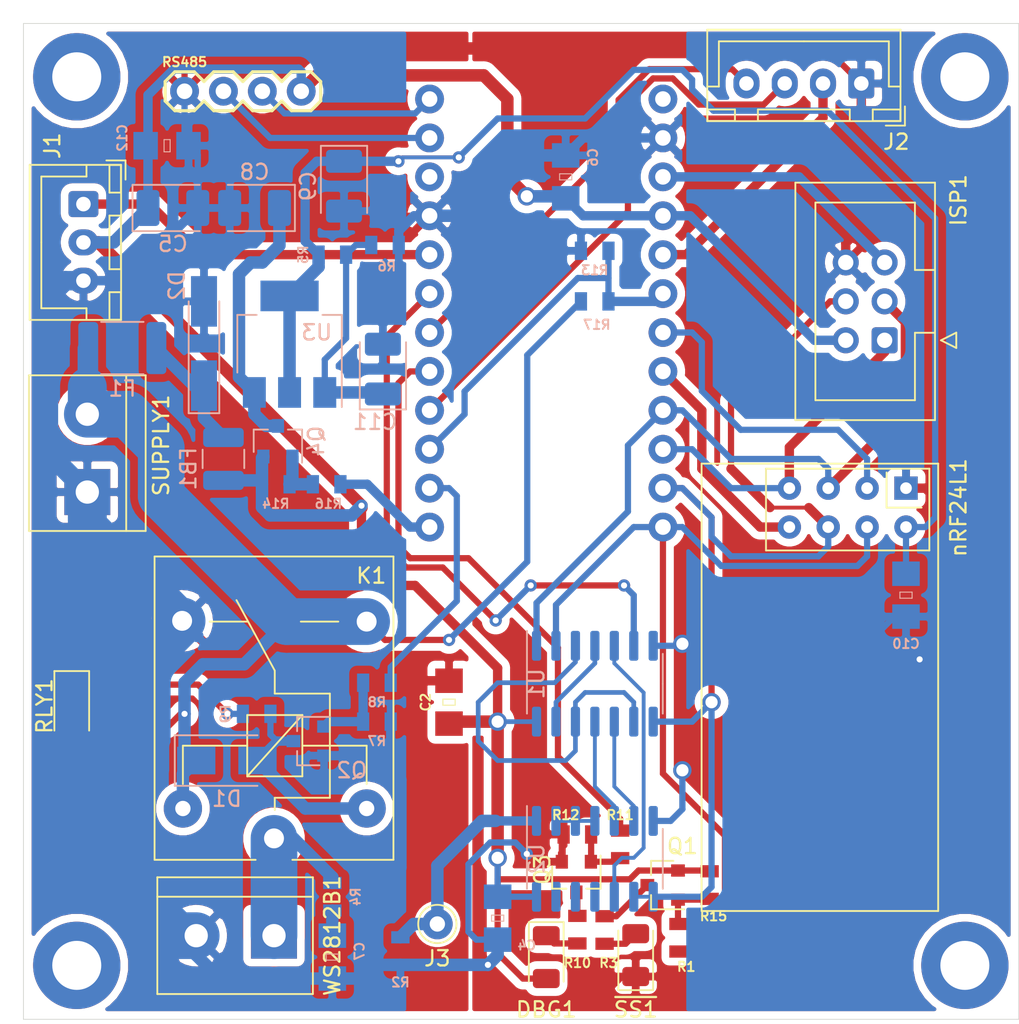
<source format=kicad_pcb>
(kicad_pcb (version 20171130) (host pcbnew 5.1.9+dfsg1-1)
  (layers (0 F.Cu signal) (31 B.Cu signal) (34 B.Paste user) (35 F.Paste user) (36 B.SilkS user) (37 F.SilkS user) (38 B.Mask user) (39 F.Mask user) (44 Edge.Cuts user))
  (net 0 "")
  (net 1 /TX)
  (net 2 /RX)
  (net 3 GND)
  (net 4 /PWM)
  (net 5 /~SS)
  (net 6 /MOSI)
  (net 7 /MISO)
  (net 8 /SCK)
  (net 9 /RLYCTL)
  (net 10 /nRFCE)
  (net 11 /nRFIRQ)
  (net 12 /~RST)
  (net 13 +5V)
  (net 14 "Net-(C7-Pad2)")
  (net 15 "Net-(D1-Pad2)")
  (net 16 "Net-(K1-Pad1)")
  (net 17 "Net-(Q1-Pad3)")
  (net 18 "/(CLK&~MOSI~&PWM)||(CLK&MOSI)")
  (net 19 "Net-(R3-Pad2)")
  (net 20 "Net-(C11-Pad1)")
  (net 21 /~MOSI~&PWM)
  (net 22 /CLK)
  (net 23 /CLK&~MOSI~&PWM)
  (net 24 /CLK&MOSI)
  (net 25 /~MOSI)
  (net 26 "Net-(U2-Pad2)")
  (net 27 "Net-(Q2-Pad1)")
  (net 28 /3.3V)
  (net 29 VCC)
  (net 30 "Net-(R9-Pad1)")
  (net 31 /Vsup)
  (net 32 /V33CTL)
  (net 33 "Net-(C8-Pad1)")
  (net 34 "Net-(DBG1-Pad1)")
  (net 35 "Net-(Q1-Pad1)")
  (net 36 "Net-(Q3-Pad3)")
  (net 37 "Net-(Q3-Pad1)")
  (net 38 "Net-(Q4-Pad1)")
  (net 39 "Net-(D2-Pad1)")
  (net 40 /DBGCTL)
  (net 41 /INT0)
  (net 42 /ExtPWM)
  (net 43 /ExtADC)
  (net 44 /ExtIC)
  (module Connector_Pin:Pin_D1.0mm_L10.0mm (layer F.Cu) (at 97.028 128.778)
    (fp_text reference J3 (at 0 2.25) (layer F.SilkS))
    (fp_text value Conn_01x01_Male)
    (pad 1 thru_hole circle (at 0 0) (size 2 2) (drill 1) (layers *.Cu *.Mask) (net 18 "/(CLK&~MOSI~&PWM)||(CLK&MOSI)"))
  )
  (module Boards:ARDUINO_PRO_MINI (layer F.Cu) (at 104.14 87.63)
    (fp_text reference B1 hide)
    (fp_text value ARDUINO_PRO_MINI_SIMPLE hide)
    (pad 24 thru_hole circle (at 7.62 -12.7) (size 1.8796 1.8796) (drill 1.016) (layers *.Cu *.Mask))
    (pad 23 thru_hole circle (at 7.62 -10.16) (size 1.8796 1.8796) (drill 1.016) (layers *.Cu *.Mask) (net 3 GND))
    (pad 22 thru_hole circle (at 7.62 -7.62) (size 1.8796 1.8796) (drill 1.016) (layers *.Cu *.Mask) (net 12 /~RST))
    (pad 21 thru_hole circle (at 7.62 -5.08) (size 1.8796 1.8796) (drill 1.016) (layers *.Cu *.Mask) (net 13 +5V))
    (pad 20 thru_hole circle (at 7.62 -2.54) (size 1.8796 1.8796) (drill 1.016) (layers *.Cu *.Mask) (net 43 /ExtADC))
    (pad 19 thru_hole circle (at 7.62 0) (size 1.8796 1.8796) (drill 1.016) (layers *.Cu *.Mask) (net 31 /Vsup))
    (pad 18 thru_hole circle (at 7.62 2.54) (size 1.8796 1.8796) (drill 1.016) (layers *.Cu *.Mask) (net 10 /nRFCE))
    (pad 17 thru_hole circle (at 7.62 5.08) (size 1.8796 1.8796) (drill 1.016) (layers *.Cu *.Mask) (net 11 /nRFIRQ))
    (pad 16 thru_hole circle (at 7.62 7.62) (size 1.8796 1.8796) (drill 1.016) (layers *.Cu *.Mask) (net 8 /SCK))
    (pad 15 thru_hole circle (at 7.62 10.16) (size 1.8796 1.8796) (drill 1.016) (layers *.Cu *.Mask) (net 7 /MISO))
    (pad 14 thru_hole circle (at 7.62 12.7) (size 1.8796 1.8796) (drill 1.016) (layers *.Cu *.Mask) (net 6 /MOSI))
    (pad 13 thru_hole circle (at 7.62 15.24) (size 1.8796 1.8796) (drill 1.016) (layers *.Cu *.Mask) (net 5 /~SS))
    (pad 12 thru_hole circle (at -7.62 15.24) (size 1.8796 1.8796) (drill 1.016) (layers *.Cu *.Mask) (net 32 /V33CTL))
    (pad 11 thru_hole circle (at -7.62 12.7) (size 1.8796 1.8796) (drill 1.016) (layers *.Cu *.Mask) (net 9 /RLYCTL))
    (pad 10 thru_hole circle (at -7.62 10.16) (size 1.8796 1.8796) (drill 1.016) (layers *.Cu *.Mask) (net 31 /Vsup))
    (pad 9 thru_hole circle (at -7.62 7.62) (size 1.8796 1.8796) (drill 1.016) (layers *.Cu *.Mask) (net 42 /ExtPWM))
    (pad 8 thru_hole circle (at -7.62 5.08) (size 1.8796 1.8796) (drill 1.016) (layers *.Cu *.Mask) (net 40 /DBGCTL))
    (pad 7 thru_hole circle (at -7.62 2.54) (size 1.8796 1.8796) (drill 1.016) (layers *.Cu *.Mask) (net 44 /ExtIC))
    (pad 6 thru_hole circle (at -7.62 0) (size 1.8796 1.8796) (drill 1.016) (layers *.Cu *.Mask) (net 4 /PWM))
    (pad 5 thru_hole circle (at -7.62 -2.54) (size 1.8796 1.8796) (drill 1.016) (layers *.Cu *.Mask) (net 41 /INT0))
    (pad 4 thru_hole circle (at -7.62 -5.08) (size 1.8796 1.8796) (drill 1.016) (layers *.Cu *.Mask) (net 3 GND))
    (pad 3 thru_hole circle (at -7.62 -7.62) (size 1.8796 1.8796) (drill 1.016) (layers *.Cu *.Mask))
    (pad 2 thru_hole circle (at -7.62 -10.16) (size 1.8796 1.8796) (drill 1.016) (layers *.Cu *.Mask) (net 2 /RX))
    (pad 1 thru_hole circle (at -7.62 -12.7) (size 1.8796 1.8796) (drill 1.016) (layers *.Cu *.Mask) (net 1 /TX))
  )
  (module Connector_IDC:IDC-Header_2x03_P2.54mm_Vertical (layer F.Cu) (at 126.238 90.678 180)
    (fp_text reference ISP1 (at -4.826 9.144 90) (layer F.SilkS))
    (fp_text value AVR-ISP-6)
    (pad 1 thru_hole roundrect (at 0 0 180) (size 1.7 1.7) (drill 1) (layers *.Cu *.Mask) (roundrect_rratio 0.147059) (net 7 /MISO))
    (pad 3 thru_hole circle (at 0 2.54 180) (size 1.7 1.7) (drill 1) (layers *.Cu *.Mask) (net 8 /SCK))
    (pad 5 thru_hole circle (at 0 5.08 180) (size 1.7 1.7) (drill 1) (layers *.Cu *.Mask) (net 12 /~RST))
    (pad 2 thru_hole circle (at 2.54 0 180) (size 1.7 1.7) (drill 1) (layers *.Cu *.Mask) (net 13 +5V))
    (pad 4 thru_hole circle (at 2.54 2.54 180) (size 1.7 1.7) (drill 1) (layers *.Cu *.Mask) (net 6 /MOSI))
    (pad 6 thru_hole circle (at 2.54 5.08 180) (size 1.7 1.7) (drill 1) (layers *.Cu *.Mask) (net 3 GND))
  )
  (module Capacitor_Tantalum_SMD:CP_EIA-3528-21_Kemet-B_Pad1.50x2.35mm_HandSolder (layer B.Cu) (at 85.09 82.042 180)
    (fp_text reference C8 (at 0 2.35) (layer B.SilkS) (effects (justify mirror)))
    (fp_text value CP)
    (pad 2 smd roundrect (at 1.625 0 180) (size 1.5 2.35) (layers B.Cu B.Paste B.Mask) (roundrect_rratio 0.166667) (net 3 GND))
    (pad 1 smd roundrect (at -1.625 0 180) (size 1.5 2.35) (layers B.Cu B.Paste B.Mask) (roundrect_rratio 0.166667) (net 33 "Net-(C8-Pad1)"))
  )
  (module Capacitor_Tantalum_SMD:CP_EIA-3528-21_Kemet-B_Pad1.50x2.35mm_HandSolder (layer B.Cu) (at 93.472 92.557 90)
    (fp_text reference C11 (at -3.455 -0.508 180) (layer B.SilkS) (effects (justify mirror)))
    (fp_text value 10uF)
    (pad 2 smd roundrect (at 1.625 0 90) (size 1.5 2.35) (layers B.Cu B.Paste B.Mask) (roundrect_rratio 0.166667) (net 3 GND))
    (pad 1 smd roundrect (at -1.625 0 90) (size 1.5 2.35) (layers B.Cu B.Paste B.Mask) (roundrect_rratio 0.166667) (net 20 "Net-(C11-Pad1)"))
  )
  (module Capacitor_Tantalum_SMD:CP_EIA-3528-21_Kemet-B_Pad1.50x2.35mm_HandSolder (layer B.Cu) (at 90.932 80.619 270)
    (fp_text reference C9 (at 0 2.35 90) (layer B.SilkS) (effects (justify mirror)))
    (fp_text value 22uF)
    (pad 2 smd roundrect (at 1.625 0 270) (size 1.5 2.35) (layers B.Cu B.Paste B.Mask) (roundrect_rratio 0.166667) (net 3 GND))
    (pad 1 smd roundrect (at -1.625 0 270) (size 1.5 2.35) (layers B.Cu B.Paste B.Mask) (roundrect_rratio 0.166667) (net 28 /3.3V))
  )
  (module Diode_SMD:D_MiniMELF_Handsoldering (layer B.Cu) (at 81.788 90.888 90)
    (fp_text reference D2 (at 3.766 -1.778 270) (layer B.SilkS) (effects (justify mirror)))
    (fp_text value ZMMxx)
    (pad 2 smd rect (at 2.75 0 90) (size 3.3 1.7) (layers B.Cu B.Paste B.Mask) (net 3 GND))
    (pad 1 smd rect (at -2.75 0 90) (size 3.3 1.7) (layers B.Cu B.Paste B.Mask) (net 39 "Net-(D2-Pad1)"))
  )
  (module Capacitor_Tantalum_SMD:CP_EIA-3528-21_Kemet-B_Pad1.50x2.35mm_HandSolder (layer B.Cu) (at 79.756 82.042)
    (fp_text reference C5 (at 0 2.35) (layer B.SilkS) (effects (justify mirror)))
    (fp_text value CP)
    (pad 2 smd roundrect (at 1.625 0) (size 1.5 2.35) (layers B.Cu B.Paste B.Mask) (roundrect_rratio 0.166667) (net 3 GND))
    (pad 1 smd roundrect (at -1.625 0) (size 1.5 2.35) (layers B.Cu B.Paste B.Mask) (roundrect_rratio 0.166667) (net 13 +5V))
  )
  (module Connector_JST:JST_XH_B4B-XH-A_1x04_P2.50mm_Vertical (layer F.Cu) (at 124.714 73.914 180)
    (fp_text reference J2 (at -2.286 -3.81) (layer F.SilkS))
    (fp_text value Conn_01x04_Female)
    (pad 1 thru_hole roundrect (at 0 0 180) (size 1.7 1.95) (drill 0.95) (layers *.Cu *.Mask) (roundrect_rratio 0.147059) (net 3 GND))
    (pad 2 thru_hole oval (at 2.5 0 180) (size 1.7 1.95) (drill 0.95) (layers *.Cu *.Mask) (net 43 /ExtADC))
    (pad 3 thru_hole oval (at 5 0 180) (size 1.7 1.95) (drill 0.95) (layers *.Cu *.Mask) (net 42 /ExtPWM))
    (pad 4 thru_hole oval (at 7.5 0 180) (size 1.7 1.95) (drill 0.95) (layers *.Cu *.Mask) (net 44 /ExtIC))
  )
  (module Connector_JST:JST_XH_B3B-XH-A_1x03_P2.50mm_Vertical (layer F.Cu) (at 73.914 81.788 270)
    (fp_text reference J1 (at -3.81 2.032 270) (layer F.SilkS))
    (fp_text value Conn_01x03_Female)
    (pad 1 thru_hole roundrect (at 0 0 270) (size 1.7 1.95) (drill 0.95) (layers *.Cu *.Mask) (roundrect_rratio 0.147059) (net 41 /INT0))
    (pad 2 thru_hole oval (at 2.5 0 270) (size 1.7 1.95) (drill 0.95) (layers *.Cu *.Mask) (net 13 +5V))
    (pad 3 thru_hole oval (at 5 0 270) (size 1.7 1.95) (drill 0.95) (layers *.Cu *.Mask) (net 3 GND))
  )
  (module Connectors:1X04 (layer F.Cu) (at 80.518 74.422)
    (fp_text reference RS485 (at 0 -1.905) (layer F.SilkS) (effects (font (size 0.6096 0.6096) (thickness 0.127))))
    (fp_text value CONN_04 hide)
    (pad 1 thru_hole circle (at 0 0) (size 1.8796 1.8796) (drill 1.016) (layers *.Cu *.Mask) (net 3 GND))
    (pad 2 thru_hole circle (at 2.54 0) (size 1.8796 1.8796) (drill 1.016) (layers *.Cu *.Mask) (net 2 /RX))
    (pad 3 thru_hole circle (at 5.08 0) (size 1.8796 1.8796) (drill 1.016) (layers *.Cu *.Mask) (net 1 /TX))
    (pad 4 thru_hole circle (at 7.62 0) (size 1.8796 1.8796) (drill 1.016) (layers *.Cu *.Mask) (net 13 +5V))
  )
  (module Resistors:0805 (layer F.Cu) (at 112.776 129.67716 270)
    (fp_text reference R1 (at 1.89484 -0.508 180) (layer F.SilkS) (effects (font (size 0.6096 0.6096) (thickness 0.127))))
    (fp_text value 560 hide)
    (pad 2 smd rect (at 0.89916 0 270) (size 0.79756 1.19888) (layers F.Cu F.Paste F.Mask) (net 5 /~SS))
    (pad 1 smd rect (at -0.89916 0 270) (size 0.79756 1.19888) (layers F.Cu F.Paste F.Mask) (net 35 "Net-(Q1-Pad1)"))
  )
  (module Resistors:0805 (layer B.Cu) (at 89.79916 100.076 180)
    (fp_text reference R16 (at -0.11684 -1.27) (layer B.SilkS) (effects (font (size 0.6096 0.6096) (thickness 0.127)) (justify mirror)))
    (fp_text value 33 hide)
    (pad 1 smd rect (at -0.89916 0 180) (size 0.79756 1.19888) (layers B.Cu B.Paste B.Mask) (net 32 /V33CTL))
    (pad 2 smd rect (at 0.89916 0 180) (size 0.79756 1.19888) (layers B.Cu B.Paste B.Mask) (net 38 "Net-(Q4-Pad1)"))
  )
  (module Resistors:0805 (layer F.Cu) (at 114.808 126.238 270)
    (fp_text reference R15 (at 2.032 -0.254 180) (layer F.SilkS) (effects (font (size 0.6096 0.6096) (thickness 0.127))))
    (fp_text value 470K hide)
    (pad 2 smd rect (at 0.89916 0 270) (size 0.79756 1.19888) (layers F.Cu F.Paste F.Mask) (net 35 "Net-(Q1-Pad1)"))
    (pad 1 smd rect (at -0.89916 0 270) (size 0.79756 1.19888) (layers F.Cu F.Paste F.Mask) (net 13 +5V))
  )
  (module Resistors:0805 (layer B.Cu) (at 86.47684 100.076 180)
    (fp_text reference R14 (at 0 -1.27) (layer B.SilkS) (effects (font (size 0.6096 0.6096) (thickness 0.127)) (justify mirror)))
    (fp_text value 470k hide)
    (pad 2 smd rect (at 0.89916 0 180) (size 0.79756 1.19888) (layers B.Cu B.Paste B.Mask) (net 13 +5V))
    (pad 1 smd rect (at -0.89916 0 180) (size 0.79756 1.19888) (layers B.Cu B.Paste B.Mask) (net 38 "Net-(Q4-Pad1)"))
  )
  (module Resistors:0805 (layer B.Cu) (at 107.30484 84.836)
    (fp_text reference R13 (at 0 1.27) (layer B.SilkS) (effects (font (size 0.6096 0.6096) (thickness 0.127)) (justify mirror)))
    (fp_text value 10K hide)
    (pad 2 smd rect (at 0.89916 0) (size 0.79756 1.19888) (layers B.Cu B.Paste B.Mask) (net 31 /Vsup))
    (pad 1 smd rect (at -0.89916 0) (size 0.79756 1.19888) (layers B.Cu B.Paste B.Mask) (net 3 GND))
  )
  (module Resistors:0805 (layer F.Cu) (at 106.172 122.936 180)
    (fp_text reference R12 (at 0.762 1.27) (layer F.SilkS) (effects (font (size 0.6096 0.6096) (thickness 0.127))))
    (fp_text value 470K hide)
    (pad 2 smd rect (at 0.89916 0 180) (size 0.79756 1.19888) (layers F.Cu F.Paste F.Mask) (net 3 GND))
    (pad 1 smd rect (at -0.89916 0 180) (size 0.79756 1.19888) (layers F.Cu F.Paste F.Mask) (net 37 "Net-(Q3-Pad1)"))
  )
  (module Resistors:0805 (layer F.Cu) (at 108.966 123.58116 270)
    (fp_text reference R11 (at -1.91516 0 180) (layer F.SilkS) (effects (font (size 0.6096 0.6096) (thickness 0.127))))
    (fp_text value 560 hide)
    (pad 1 smd rect (at -0.89916 0 270) (size 0.79756 1.19888) (layers F.Cu F.Paste F.Mask) (net 40 /DBGCTL))
    (pad 2 smd rect (at 0.89916 0 270) (size 0.79756 1.19888) (layers F.Cu F.Paste F.Mask) (net 37 "Net-(Q3-Pad1)"))
  )
  (module Resistors:0805 (layer F.Cu) (at 106.172 129.14884 90)
    (fp_text reference R10 (at -2.16916 0 180) (layer F.SilkS) (effects (font (size 0.6096 0.6096) (thickness 0.127))))
    (fp_text value 4K7 hide)
    (pad 2 smd rect (at 0.89916 0 90) (size 0.79756 1.19888) (layers F.Cu F.Paste F.Mask) (net 36 "Net-(Q3-Pad3)"))
    (pad 1 smd rect (at -0.89916 0 90) (size 0.79756 1.19888) (layers F.Cu F.Paste F.Mask) (net 34 "Net-(DBG1-Pad1)"))
  )
  (module Package_TO_SOT_SMD:SOT-23 (layer B.Cu) (at 86.614 97.266 90)
    (fp_text reference Q4 (at 0 2.5 270) (layer B.SilkS) (effects (justify mirror)))
    (fp_text value IRLML5203)
    (pad 3 smd rect (at 1 0 90) (size 0.9 0.8) (layers B.Cu B.Paste B.Mask) (net 33 "Net-(C8-Pad1)"))
    (pad 2 smd rect (at -1 -0.95 90) (size 0.9 0.8) (layers B.Cu B.Paste B.Mask) (net 13 +5V))
    (pad 1 smd rect (at -1 0.95 90) (size 0.9 0.8) (layers B.Cu B.Paste B.Mask) (net 38 "Net-(Q4-Pad1)"))
  )
  (module Package_TO_SOT_SMD:SOT-23 (layer F.Cu) (at 106.106 125.714 270)
    (fp_text reference Q3 (at -0.492 2.22 90) (layer F.SilkS))
    (fp_text value "NPN BC817")
    (pad 3 smd rect (at 1 0 270) (size 0.9 0.8) (layers F.Cu F.Paste F.Mask) (net 36 "Net-(Q3-Pad3)"))
    (pad 2 smd rect (at -1 0.95 270) (size 0.9 0.8) (layers F.Cu F.Paste F.Mask) (net 3 GND))
    (pad 1 smd rect (at -1 -0.95 270) (size 0.9 0.8) (layers F.Cu F.Paste F.Mask) (net 37 "Net-(Q3-Pad1)"))
  )
  (module LED_SMD:LED_1206_3216Metric (layer F.Cu) (at 104.14 130.94 270)
    (fp_text reference DBG1 (at 3.426 0 180) (layer F.SilkS))
    (fp_text value LED)
    (pad 2 smd roundrect (at 1.4 0 270) (size 1.25 1.75) (layers F.Cu F.Paste F.Mask) (roundrect_rratio 0.2) (net 13 +5V))
    (pad 1 smd roundrect (at -1.4 0 270) (size 1.25 1.75) (layers F.Cu F.Paste F.Mask) (roundrect_rratio 0.2) (net 34 "Net-(DBG1-Pad1)"))
  )
  (module Fuse:Fuse_1812_4532Metric_Pad1.30x3.40mm_HandSolder (layer B.Cu) (at 76.454 91.186)
    (fp_text reference F1 (at 0 2.65) (layer B.SilkS) (effects (justify mirror)))
    (fp_text value Fuse_Polarized)
    (pad 2 smd roundrect (at 2.225 0) (size 1.3 3.4) (layers B.Cu B.Paste B.Mask) (roundrect_rratio 0.192308) (net 39 "Net-(D2-Pad1)"))
    (pad 1 smd roundrect (at -2.225 0) (size 1.3 3.4) (layers B.Cu B.Paste B.Mask) (roundrect_rratio 0.192308) (net 29 VCC))
  )
  (module Resistors:0805 (layer B.Cu) (at 85.22716 115.062)
    (fp_text reference R9 (at -2.032 0 -90) (layer B.SilkS) (effects (font (size 0.6096 0.6096) (thickness 0.127)) (justify mirror)))
    (fp_text value 4K7 hide)
    (pad 2 smd rect (at 0.89916 0) (size 0.79756 1.19888) (layers B.Cu B.Paste B.Mask) (net 15 "Net-(D1-Pad2)"))
    (pad 1 smd rect (at -0.89916 0) (size 0.79756 1.19888) (layers B.Cu B.Paste B.Mask) (net 30 "Net-(R9-Pad1)"))
  )
  (module MountingHole:MountingHole_3.2mm_M3_ISO7380_Pad_TopBottom (layer F.Cu) (at 73.479 131.479)
    (fp_text reference H4 hide)
    (fp_text value MountingHole hide)
    (pad 1 thru_hole circle (at 0 0) (size 3.6 3.6) (drill 3.2) (layers *.Cu *.Mask))
    (pad 1 connect circle (at 0 0) (size 5.7 5.7) (layers F.Cu F.Mask))
    (pad 1 connect circle (at 0 0) (size 5.7 5.7) (layers B.Cu B.Mask))
  )
  (module MountingHole:MountingHole_3.2mm_M3_ISO7380_Pad_TopBottom (layer F.Cu) (at 131.479 131.479)
    (fp_text reference H3 hide)
    (fp_text value MountingHole hide)
    (pad 1 thru_hole circle (at 0 0) (size 3.6 3.6) (drill 3.2) (layers *.Cu *.Mask))
    (pad 1 connect circle (at 0 0) (size 5.7 5.7) (layers F.Cu F.Mask))
    (pad 1 connect circle (at 0 0) (size 5.7 5.7) (layers B.Cu B.Mask))
  )
  (module MountingHole:MountingHole_3.2mm_M3_ISO7380_Pad_TopBottom (layer F.Cu) (at 131.479 73.479)
    (fp_text reference H2 hide)
    (fp_text value MountingHole hide)
    (pad 1 thru_hole circle (at 0 0) (size 3.6 3.6) (drill 3.2) (layers *.Cu *.Mask))
    (pad 1 connect circle (at 0 0) (size 5.7 5.7) (layers F.Cu F.Mask))
    (pad 1 connect circle (at 0 0) (size 5.7 5.7) (layers B.Cu B.Mask))
  )
  (module MountingHole:MountingHole_3.2mm_M3_ISO7380_Pad_TopBottom (layer F.Cu) (at 73.479 73.479)
    (fp_text reference H1 hide)
    (fp_text value MountingHole hide)
    (pad 1 thru_hole circle (at 0 0) (size 3.6 3.6) (drill 3.2) (layers *.Cu *.Mask))
    (pad 1 connect circle (at 0 0) (size 5.7 5.7) (layers F.Cu F.Mask))
    (pad 1 connect circle (at 0 0) (size 5.7 5.7) (layers B.Cu B.Mask))
  )
  (module TerminalBlock:TerminalBlock_bornier-2_P5.08mm (layer F.Cu) (at 86.36 129.54 180)
    (fp_text reference WS2812B1 (at -3.81 0 90) (layer F.SilkS))
    (fp_text value Screw_Terminal_01x02 hide)
    (pad 2 thru_hole circle (at 5.08 0 180) (size 3 3) (drill 1.52) (layers *.Cu *.Mask) (net 3 GND))
    (pad 1 thru_hole rect (at 0 0 180) (size 3 3) (drill 1.52) (layers *.Cu *.Mask) (net 16 "Net-(K1-Pad1)"))
  )
  (module Capacitors:1206 (layer B.Cu) (at 79.37754 77.978)
    (fp_text reference C12 (at -2.92354 -0.508 90) (layer B.SilkS) (effects (font (size 0.6096 0.6096) (thickness 0.127)) (justify mirror)))
    (fp_text value 100nF hide)
    (pad 2 smd rect (at 1.39954 0) (size 1.59766 1.79832) (layers B.Cu B.Paste B.Mask) (net 3 GND))
    (pad 1 smd rect (at -1.39954 0) (size 1.59766 1.79832) (layers B.Cu B.Paste B.Mask) (net 13 +5V))
  )
  (module TerminalBlock:TerminalBlock_bornier-2_P5.08mm (layer F.Cu) (at 74.168 100.584 90)
    (fp_text reference SUPPLY1 (at 3.048 4.826 270) (layer F.SilkS))
    (fp_text value Screw_Terminal_01x02 hide)
    (pad 2 thru_hole circle (at 5.08 0 90) (size 3 3) (drill 1.52) (layers *.Cu *.Mask) (net 29 VCC))
    (pad 1 thru_hole rect (at 0 0 90) (size 3 3) (drill 1.52) (layers *.Cu *.Mask) (net 3 GND))
  )
  (module Resistors:0805 (layer B.Cu) (at 93.08084 113.03)
    (fp_text reference R8 (at 0 1.27) (layer B.SilkS) (effects (font (size 0.6096 0.6096) (thickness 0.127)) (justify mirror)))
    (fp_text value 560 hide)
    (pad 1 smd rect (at -0.89916 0) (size 0.79756 1.19888) (layers B.Cu B.Paste B.Mask) (net 27 "Net-(Q2-Pad1)"))
    (pad 2 smd rect (at 0.89916 0) (size 0.79756 1.19888) (layers B.Cu B.Paste B.Mask) (net 9 /RLYCTL))
  )
  (module Capacitors:1206 (layer F.Cu) (at 97.79 114.3 90)
    (fp_text reference C2 (at 0 -1.524 270) (layer F.SilkS) (effects (font (size 0.6096 0.6096) (thickness 0.127))))
    (fp_text value 100nF hide)
    (pad 1 smd rect (at -1.39954 0 90) (size 1.59766 1.79832) (layers F.Cu F.Paste F.Mask) (net 13 +5V))
    (pad 2 smd rect (at 1.39954 0 90) (size 1.59766 1.79832) (layers F.Cu F.Paste F.Mask) (net 3 GND))
  )
  (module Capacitors:1206 (layer B.Cu) (at 100.965 128.39954 270)
    (fp_text reference C4 (at 1.77546 -1.905 180) (layer B.SilkS) (effects (font (size 0.6096 0.6096) (thickness 0.127)) (justify mirror)))
    (fp_text value 100nF hide)
    (pad 2 smd rect (at 1.39954 0 270) (size 1.59766 1.79832) (layers B.Cu B.Paste B.Mask) (net 3 GND))
    (pad 1 smd rect (at -1.39954 0 270) (size 1.59766 1.79832) (layers B.Cu B.Paste B.Mask) (net 13 +5V))
  )
  (module Capacitors:1206 (layer B.Cu) (at 105.41 80.01 90)
    (fp_text reference C6 (at 1.27 1.778 270) (layer B.SilkS) (effects (font (size 0.6096 0.6096) (thickness 0.127)) (justify mirror)))
    (fp_text value 100nF hide)
    (pad 1 smd rect (at -1.39954 0 90) (size 1.59766 1.79832) (layers B.Cu B.Paste B.Mask) (net 13 +5V))
    (pad 2 smd rect (at 1.39954 0 90) (size 1.59766 1.79832) (layers B.Cu B.Paste B.Mask) (net 3 GND))
  )
  (module Capacitors:1206 (layer B.Cu) (at 90.17 130.93954 90)
    (fp_text reference C7 (at 0.38354 1.778 270) (layer B.SilkS) (effects (font (size 0.6096 0.6096) (thickness 0.127)) (justify mirror)))
    (fp_text value C hide)
    (pad 2 smd rect (at 1.39954 0 90) (size 1.59766 1.79832) (layers B.Cu B.Paste B.Mask) (net 14 "Net-(C7-Pad2)"))
    (pad 1 smd rect (at -1.39954 0 90) (size 1.59766 1.79832) (layers B.Cu B.Paste B.Mask) (net 3 GND))
  )
  (module Capacitors:1206 (layer B.Cu) (at 127.635 107.315 270)
    (fp_text reference C10 (at 3.175 0 180) (layer B.SilkS) (effects (font (size 0.6096 0.6096) (thickness 0.127)) (justify mirror)))
    (fp_text value 100nF hide)
    (pad 1 smd rect (at -1.39954 0 270) (size 1.59766 1.79832) (layers B.Cu B.Paste B.Mask) (net 28 /3.3V))
    (pad 2 smd rect (at 1.39954 0 270) (size 1.59766 1.79832) (layers B.Cu B.Paste B.Mask) (net 3 GND))
  )
  (module Diode_SMD:D_SMA (layer B.Cu) (at 83.28 118.11)
    (fp_text reference D1 (at 0 2.5) (layer B.SilkS) (effects (justify mirror)))
    (fp_text value SS14 hide)
    (pad 1 smd rect (at -2 0) (size 2.5 1.8) (layers B.Cu B.Paste B.Mask) (net 29 VCC))
    (pad 2 smd rect (at 2 0) (size 2.5 1.8) (layers B.Cu B.Paste B.Mask) (net 15 "Net-(D1-Pad2)"))
  )
  (module Inductor_SMD:L_1210_3225Metric (layer B.Cu) (at 83.058 98.422 270)
    (fp_text reference FB1 (at 0.638 2.286 270) (layer B.SilkS) (effects (justify mirror)))
    (fp_text value Ferrite_Bead hide)
    (pad 2 smd roundrect (at 1.4 0 270) (size 1.25 2.65) (layers B.Cu B.Paste B.Mask) (roundrect_rratio 0.2) (net 13 +5V))
    (pad 1 smd roundrect (at -1.4 0 270) (size 1.25 2.65) (layers B.Cu B.Paste B.Mask) (roundrect_rratio 0.2) (net 39 "Net-(D2-Pad1)"))
  )
  (module Relay_THT:Relay_SPDT_SANYOU_SRD_Series_Form_C (layer F.Cu) (at 86.36 123.19 90)
    (fp_text reference K1 (at 17.145 6.35 180) (layer F.SilkS))
    (fp_text value SANYOU_SRD_Form_C hide)
    (pad 2 thru_hole circle (at 1.95 6.05 180) (size 2.5 2.5) (drill 1) (layers *.Cu *.Mask) (net 15 "Net-(D1-Pad2)"))
    (pad 3 thru_hole circle (at 14.15 6.05 180) (size 3 3) (drill 1.3) (layers *.Cu *.Mask) (net 29 VCC))
    (pad 4 thru_hole circle (at 14.2 -6 180) (size 3 3) (drill 1.3) (layers *.Cu *.Mask) (net 3 GND))
    (pad 5 thru_hole circle (at 1.95 -5.95 180) (size 2.5 2.5) (drill 1) (layers *.Cu *.Mask) (net 29 VCC))
    (pad 1 thru_hole circle (at 0 0 180) (size 3 3) (drill 1.3) (layers *.Cu *.Mask) (net 16 "Net-(K1-Pad1)"))
  )
  (module RF_Module:nRF24L01_Breakout (layer F.Cu) (at 127.635 100.33 270)
    (fp_text reference nRF24L1 (at 1.27 -3.429 270) (layer F.SilkS))
    (fp_text value NRF24L01_Breakout hide)
    (pad 1 thru_hole rect (at 0 0 270) (size 1.524 1.524) (drill 0.762) (layers *.Cu *.Mask) (net 3 GND))
    (pad 2 thru_hole circle (at 2.54 0 270) (size 1.524 1.524) (drill 0.762) (layers *.Cu *.Mask) (net 28 /3.3V))
    (pad 3 thru_hole circle (at 0 2.54 270) (size 1.524 1.524) (drill 0.762) (layers *.Cu *.Mask) (net 10 /nRFCE))
    (pad 4 thru_hole circle (at 2.54 2.54 270) (size 1.524 1.524) (drill 0.762) (layers *.Cu *.Mask) (net 5 /~SS))
    (pad 5 thru_hole circle (at 0 5.08 270) (size 1.524 1.524) (drill 0.762) (layers *.Cu *.Mask) (net 8 /SCK))
    (pad 6 thru_hole circle (at 2.54 5.08 270) (size 1.524 1.524) (drill 0.762) (layers *.Cu *.Mask) (net 6 /MOSI))
    (pad 7 thru_hole circle (at 0 7.62 270) (size 1.524 1.524) (drill 0.762) (layers *.Cu *.Mask) (net 7 /MISO))
    (pad 8 thru_hole circle (at 2.54 7.62 270) (size 1.524 1.524) (drill 0.762) (layers *.Cu *.Mask) (net 11 /nRFIRQ))
  )
  (module Package_TO_SOT_SMD:SOT-23 (layer F.Cu) (at 111.744 126.238 180)
    (fp_text reference Q1 (at -1.286 2.54) (layer F.SilkS))
    (fp_text value "PNP BC807" hide)
    (pad 3 smd rect (at 1 0 180) (size 0.9 0.8) (layers F.Cu F.Paste F.Mask) (net 17 "Net-(Q1-Pad3)"))
    (pad 2 smd rect (at -1 0.95 180) (size 0.9 0.8) (layers F.Cu F.Paste F.Mask) (net 13 +5V))
    (pad 1 smd rect (at -1 -0.95 180) (size 0.9 0.8) (layers F.Cu F.Paste F.Mask) (net 35 "Net-(Q1-Pad1)"))
  )
  (module Package_TO_SOT_SMD:SOT-23 (layer B.Cu) (at 88.63 116.84 180)
    (fp_text reference Q2 (at -2.81 -1.905) (layer B.SilkS) (effects (justify mirror)))
    (fp_text value "NPN BC817" hide)
    (pad 1 smd rect (at -1 0.95 180) (size 0.9 0.8) (layers B.Cu B.Paste B.Mask) (net 27 "Net-(Q2-Pad1)"))
    (pad 2 smd rect (at -1 -0.95 180) (size 0.9 0.8) (layers B.Cu B.Paste B.Mask) (net 3 GND))
    (pad 3 smd rect (at 1 0 180) (size 0.9 0.8) (layers B.Cu B.Paste B.Mask) (net 15 "Net-(D1-Pad2)"))
  )
  (module Resistors:0805 (layer B.Cu) (at 107.30484 88.138)
    (fp_text reference R17 (at 0.13716 1.524 180) (layer B.SilkS) (effects (font (size 0.6096 0.6096) (thickness 0.127)) (justify mirror)))
    (fp_text value 100K hide)
    (pad 2 smd rect (at 0.89916 0) (size 0.79756 1.19888) (layers B.Cu B.Paste B.Mask) (net 31 /Vsup))
    (pad 1 smd rect (at -0.89916 0) (size 0.79756 1.19888) (layers B.Cu B.Paste B.Mask) (net 29 VCC))
  )
  (module Resistors:0805 (layer B.Cu) (at 94.615 130.54584 270)
    (fp_text reference R2 (at 2.04216 0 180) (layer B.SilkS) (effects (font (size 0.6096 0.6096) (thickness 0.127)) (justify mirror)))
    (fp_text value 470K hide)
    (pad 1 smd rect (at -0.89916 0 270) (size 0.79756 1.19888) (layers B.Cu B.Paste B.Mask) (net 18 "/(CLK&~MOSI~&PWM)||(CLK&MOSI)"))
    (pad 2 smd rect (at 0.89916 0 270) (size 0.79756 1.19888) (layers B.Cu B.Paste B.Mask) (net 3 GND))
  )
  (module Resistors:0805 (layer F.Cu) (at 107.95 129.16916 270)
    (fp_text reference R3 (at 2.14884 -0.254) (layer F.SilkS) (effects (font (size 0.6096 0.6096) (thickness 0.127))))
    (fp_text value 4K7 hide)
    (pad 1 smd rect (at -0.89916 0 270) (size 0.79756 1.19888) (layers F.Cu F.Paste F.Mask) (net 17 "Net-(Q1-Pad3)"))
    (pad 2 smd rect (at 0.89916 0 270) (size 0.79756 1.19888) (layers F.Cu F.Paste F.Mask) (net 19 "Net-(R3-Pad2)"))
  )
  (module Resistors:0805 (layer B.Cu) (at 90.17 127 90)
    (fp_text reference R4 (at 0 1.524 270) (layer B.SilkS) (effects (font (size 0.6096 0.6096) (thickness 0.127)) (justify mirror)))
    (fp_text value R hide)
    (pad 2 smd rect (at 0.89916 0 90) (size 0.79756 1.19888) (layers B.Cu B.Paste B.Mask) (net 16 "Net-(K1-Pad1)"))
    (pad 1 smd rect (at -0.89916 0 90) (size 0.79756 1.19888) (layers B.Cu B.Paste B.Mask) (net 14 "Net-(C7-Pad2)"))
  )
  (module Resistors:0805 (layer B.Cu) (at 90.17 85.09)
    (fp_text reference R5 (at -1.905 0 90) (layer B.SilkS) (effects (font (size 0.6096 0.6096) (thickness 0.127)) (justify mirror)))
    (fp_text value 200 hide)
    (pad 2 smd rect (at 0.89916 0) (size 0.79756 1.19888) (layers B.Cu B.Paste B.Mask) (net 20 "Net-(C11-Pad1)"))
    (pad 1 smd rect (at -0.89916 0) (size 0.79756 1.19888) (layers B.Cu B.Paste B.Mask) (net 28 /3.3V))
  )
  (module Resistors:0805 (layer B.Cu) (at 93.60916 84.455)
    (fp_text reference R6 (at 0.11684 1.397 180) (layer B.SilkS) (effects (font (size 0.6096 0.6096) (thickness 0.127)) (justify mirror)))
    (fp_text value 330 hide)
    (pad 1 smd rect (at -0.89916 0) (size 0.79756 1.19888) (layers B.Cu B.Paste B.Mask) (net 20 "Net-(C11-Pad1)"))
    (pad 2 smd rect (at 0.89916 0) (size 0.79756 1.19888) (layers B.Cu B.Paste B.Mask) (net 3 GND))
  )
  (module Resistors:0805 (layer B.Cu) (at 93.08084 115.57)
    (fp_text reference R7 (at 0 1.27) (layer B.SilkS) (effects (font (size 0.6096 0.6096) (thickness 0.127)) (justify mirror)))
    (fp_text value 470K hide)
    (pad 1 smd rect (at -0.89916 0) (size 0.79756 1.19888) (layers B.Cu B.Paste B.Mask) (net 27 "Net-(Q2-Pad1)"))
    (pad 2 smd rect (at 0.89916 0) (size 0.79756 1.19888) (layers B.Cu B.Paste B.Mask) (net 3 GND))
  )
  (module Package_SO:SO-14_3.9x8.65mm_P1.27mm (layer B.Cu) (at 107.315 113.095 270)
    (fp_text reference U1 (at 0 3.81 90) (layer B.SilkS) (effects (justify mirror)))
    (fp_text value 4081 hide)
    (pad 1 smd roundrect (at -2.475 3.81 270) (size 1.95 0.6) (layers B.Cu B.Paste B.Mask) (net 8 /SCK))
    (pad 2 smd roundrect (at -2.475 2.54 270) (size 1.95 0.6) (layers B.Cu B.Paste B.Mask) (net 5 /~SS))
    (pad 3 smd roundrect (at -2.475 1.27 270) (size 1.95 0.6) (layers B.Cu B.Paste B.Mask) (net 22 /CLK))
    (pad 4 smd roundrect (at -2.475 0 270) (size 1.95 0.6) (layers B.Cu B.Paste B.Mask) (net 21 /~MOSI~&PWM))
    (pad 5 smd roundrect (at -2.475 -1.27 270) (size 1.95 0.6) (layers B.Cu B.Paste B.Mask) (net 25 /~MOSI))
    (pad 6 smd roundrect (at -2.475 -2.54 270) (size 1.95 0.6) (layers B.Cu B.Paste B.Mask) (net 4 /PWM))
    (pad 7 smd roundrect (at -2.475 -3.81 270) (size 1.95 0.6) (layers B.Cu B.Paste B.Mask) (net 3 GND))
    (pad 8 smd roundrect (at 2.475 -3.81 270) (size 1.95 0.6) (layers B.Cu B.Paste B.Mask) (net 6 /MOSI))
    (pad 9 smd roundrect (at 2.475 -2.54 270) (size 1.95 0.6) (layers B.Cu B.Paste B.Mask) (net 22 /CLK))
    (pad 10 smd roundrect (at 2.475 -1.27 270) (size 1.95 0.6) (layers B.Cu B.Paste B.Mask) (net 24 /CLK&MOSI))
    (pad 11 smd roundrect (at 2.475 0 270) (size 1.95 0.6) (layers B.Cu B.Paste B.Mask) (net 23 /CLK&~MOSI~&PWM))
    (pad 12 smd roundrect (at 2.475 1.27 270) (size 1.95 0.6) (layers B.Cu B.Paste B.Mask) (net 22 /CLK))
    (pad 13 smd roundrect (at 2.475 2.54 270) (size 1.95 0.6) (layers B.Cu B.Paste B.Mask) (net 21 /~MOSI~&PWM))
    (pad 14 smd roundrect (at 2.475 3.81 270) (size 1.95 0.6) (layers B.Cu B.Paste B.Mask) (net 13 +5V))
  )
  (module Package_SO:SO-14_3.9x8.65mm_P1.27mm (layer B.Cu) (at 107.315 124.525 270)
    (fp_text reference U2 (at 0 3.81 90) (layer B.SilkS) (effects (justify mirror)))
    (fp_text value 74HC02 hide)
    (pad 14 smd roundrect (at 2.475 3.81 270) (size 1.95 0.6) (layers B.Cu B.Paste B.Mask) (net 13 +5V))
    (pad 13 smd roundrect (at 2.475 2.54 270) (size 1.95 0.6) (layers B.Cu B.Paste B.Mask))
    (pad 12 smd roundrect (at 2.475 1.27 270) (size 1.95 0.6) (layers B.Cu B.Paste B.Mask))
    (pad 11 smd roundrect (at 2.475 0 270) (size 1.95 0.6) (layers B.Cu B.Paste B.Mask))
    (pad 10 smd roundrect (at 2.475 -1.27 270) (size 1.95 0.6) (layers B.Cu B.Paste B.Mask) (net 25 /~MOSI))
    (pad 9 smd roundrect (at 2.475 -2.54 270) (size 1.95 0.6) (layers B.Cu B.Paste B.Mask) (net 6 /MOSI))
    (pad 8 smd roundrect (at 2.475 -3.81 270) (size 1.95 0.6) (layers B.Cu B.Paste B.Mask) (net 6 /MOSI))
    (pad 7 smd roundrect (at -2.475 -3.81 270) (size 1.95 0.6) (layers B.Cu B.Paste B.Mask) (net 3 GND))
    (pad 6 smd roundrect (at -2.475 -2.54 270) (size 1.95 0.6) (layers B.Cu B.Paste B.Mask) (net 24 /CLK&MOSI))
    (pad 5 smd roundrect (at -2.475 -1.27 270) (size 1.95 0.6) (layers B.Cu B.Paste B.Mask) (net 23 /CLK&~MOSI~&PWM))
    (pad 4 smd roundrect (at -2.475 0 270) (size 1.95 0.6) (layers B.Cu B.Paste B.Mask) (net 26 "Net-(U2-Pad2)"))
    (pad 3 smd roundrect (at -2.475 1.27 270) (size 1.95 0.6) (layers B.Cu B.Paste B.Mask) (net 26 "Net-(U2-Pad2)"))
    (pad 2 smd roundrect (at -2.475 2.54 270) (size 1.95 0.6) (layers B.Cu B.Paste B.Mask) (net 26 "Net-(U2-Pad2)"))
    (pad 1 smd roundrect (at -2.475 3.81 270) (size 1.95 0.6) (layers B.Cu B.Paste B.Mask) (net 18 "/(CLK&~MOSI~&PWM)||(CLK&MOSI)"))
  )
  (module Package_TO_SOT_SMD:SOT-223-3_TabPin2 (layer B.Cu) (at 87.376 90.932 90)
    (fp_text reference U3 (at 0.762 1.778 180) (layer B.SilkS) (effects (justify mirror)))
    (fp_text value AMS1117-3.3 hide)
    (pad 2 smd rect (at 3.15 0 90) (size 2 3.8) (layers B.Cu B.Paste B.Mask) (net 28 /3.3V))
    (pad 2 smd rect (at -3.15 0 90) (size 2 1.5) (layers B.Cu B.Paste B.Mask) (net 28 /3.3V))
    (pad 3 smd rect (at -3.15 -2.3 90) (size 2 1.5) (layers B.Cu B.Paste B.Mask) (net 33 "Net-(C8-Pad1)"))
    (pad 1 smd rect (at -3.15 2.3 90) (size 2 1.5) (layers B.Cu B.Paste B.Mask) (net 20 "Net-(C11-Pad1)"))
  )
  (module LED_SMD:LED_1206_3216Metric (layer F.Cu) (at 73.152 114.554 270)
    (fp_text reference RLY1 (at 0 1.778 90) (layer F.SilkS))
    (fp_text value LED hide)
    (pad 2 smd roundrect (at 1.4 0 270) (size 1.25 1.75) (layers F.Cu F.Paste F.Mask) (roundrect_rratio 0.2) (net 29 VCC))
    (pad 1 smd roundrect (at -1.4 0 270) (size 1.25 1.75) (layers F.Cu F.Paste F.Mask) (roundrect_rratio 0.2) (net 30 "Net-(R9-Pad1)"))
  )
  (module LED_SMD:LED_1206_3216Metric (layer F.Cu) (at 109.982 130.81 90)
    (fp_text reference ~SS1 (at -3.556 0) (layer F.SilkS))
    (fp_text value LED hide)
    (pad 1 smd roundrect (at -1.4 0 90) (size 1.25 1.75) (layers F.Cu F.Paste F.Mask) (roundrect_rratio 0.2) (net 3 GND))
    (pad 2 smd roundrect (at 1.4 0 90) (size 1.25 1.75) (layers F.Cu F.Paste F.Mask) (roundrect_rratio 0.2) (net 19 "Net-(R3-Pad2)"))
  )
  (gr_line (start 70 70) (end 70 135) (layer Edge.Cuts) (width 0.05))
  (gr_line (start 135 70) (end 70 70) (layer Edge.Cuts) (width 0.05))
  (gr_line (start 135 135) (end 135 70) (layer Edge.Cuts) (width 0.05))
  (gr_line (start 70 135) (end 135 135) (layer Edge.Cuts) (width 0.05))
  (segment (start 87.045799 75.869799) (end 85.598 74.422) (width 0.4064) (layer B.Cu) (net 1))
  (segment (start 95.580201 75.869799) (end 87.045799 75.869799) (width 0.4064) (layer B.Cu) (net 1))
  (segment (start 96.52 74.93) (end 95.580201 75.869799) (width 0.4064) (layer B.Cu) (net 1))
  (segment (start 83.185 74.93) (end 83.185 73.66) (width 0.3048) (layer F.Cu) (net 2))
  (segment (start 86.106 77.47) (end 83.058 74.422) (width 0.4064) (layer B.Cu) (net 2))
  (segment (start 96.52 77.47) (end 86.106 77.47) (width 0.4064) (layer B.Cu) (net 2))
  (segment (start 76.2 113.15) (end 80.36 108.99) (width 3.048) (layer B.Cu) (net 3))
  (segment (start 81.28 129.54) (end 80.01 129.54) (width 3.048) (layer B.Cu) (net 3))
  (segment (start 80.01 129.54) (end 76.2 125.73) (width 3.048) (layer B.Cu) (net 3))
  (segment (start 76.2 125.73) (end 76.2 113.15) (width 3.048) (layer B.Cu) (net 3))
  (segment (start 89.63 117.79) (end 93.03 117.79) (width 0.6096) (layer B.Cu) (net 3))
  (segment (start 93.98 116.84) (end 93.98 115.57) (width 0.6096) (layer B.Cu) (net 3))
  (segment (start 93.03 117.79) (end 93.98 116.84) (width 0.6096) (layer B.Cu) (net 3))
  (segment (start 90.17 132.33908) (end 82.80908 132.33908) (width 0.8128) (layer B.Cu) (net 3))
  (segment (start 82.80908 132.33908) (end 81.28 130.81) (width 0.8128) (layer B.Cu) (net 3))
  (segment (start 81.28 130.81) (end 81.28 129.54) (width 0.8128) (layer B.Cu) (net 3))
  (segment (start 105.41 78.61046) (end 102.99954 78.61046) (width 0.8128) (layer B.Cu) (net 3))
  (segment (start 99.06 82.55) (end 96.52 82.55) (width 0.8128) (layer B.Cu) (net 3))
  (segment (start 102.99954 78.61046) (end 99.06 82.55) (width 0.8128) (layer B.Cu) (net 3))
  (segment (start 127.635 108.71454) (end 126.87046 108.71454) (width 0.4064) (layer B.Cu) (net 3))
  (segment (start 125.65 109.935) (end 124.46 109.935) (width 0.4064) (layer B.Cu) (net 3))
  (segment (start 126.87046 108.71454) (end 125.65 109.935) (width 0.4064) (layer B.Cu) (net 3))
  (segment (start 129.54 100.965) (end 129.54 104.775) (width 0.6096) (layer F.Cu) (net 3))
  (segment (start 129.54 110.49) (end 129.54 104.775) (width 0.6096) (layer F.Cu) (net 3))
  (segment (start 127.635 100.33) (end 128.905 100.33) (width 0.6096) (layer F.Cu) (net 3))
  (segment (start 128.905 100.33) (end 129.54 100.965) (width 0.6096) (layer F.Cu) (net 3))
  (segment (start 84.27046 112.90046) (end 80.36 108.99) (width 0.6096) (layer F.Cu) (net 3))
  (segment (start 97.79 112.90046) (end 84.27046 112.90046) (width 0.6096) (layer F.Cu) (net 3))
  (segment (start 94.615 119.375) (end 93.03 117.79) (width 0.8128) (layer B.Cu) (net 3))
  (segment (start 92.71 131.445) (end 92.71 127) (width 0.8128) (layer B.Cu) (net 3))
  (segment (start 92.71 127) (end 94.615 125.095) (width 0.8128) (layer B.Cu) (net 3))
  (segment (start 94.615 125.095) (end 94.615 119.375) (width 0.8128) (layer B.Cu) (net 3))
  (segment (start 91.81592 132.33908) (end 92.71 131.445) (width 0.8128) (layer B.Cu) (net 3))
  (segment (start 90.17 132.33908) (end 91.81592 132.33908) (width 0.8128) (layer B.Cu) (net 3))
  (segment (start 94.615 131.445) (end 92.71 131.445) (width 0.8128) (layer B.Cu) (net 3))
  (segment (start 94.615 131.445) (end 100.33 131.445) (width 0.8128) (layer B.Cu) (net 3))
  (segment (start 100.33 131.445) (end 100.965 130.81) (width 0.8128) (layer B.Cu) (net 3))
  (segment (start 100.965 130.81) (end 100.965 129.79908) (width 0.8128) (layer B.Cu) (net 3))
  (segment (start 111.125 122.05) (end 112.265 122.05) (width 0.4064) (layer B.Cu) (net 3))
  (segment (start 112.265 122.05) (end 113.03 121.285) (width 0.4064) (layer B.Cu) (net 3))
  (via (at 113.03 118.745) (size 1.2) (drill 0.8) (layers F.Cu B.Cu) (net 3))
  (segment (start 113.03 121.285) (end 113.03 118.745) (width 0.4064) (layer B.Cu) (net 3))
  (segment (start 112.9 110.62) (end 113.03 110.49) (width 0.4064) (layer B.Cu) (net 3))
  (via (at 113.03 110.49) (size 1.2) (drill 0.8) (layers F.Cu B.Cu) (net 3))
  (segment (start 111.125 110.62) (end 112.9 110.62) (width 0.4064) (layer B.Cu) (net 3))
  (segment (start 113.585 109.935) (end 113.03 110.49) (width 0.4064) (layer B.Cu) (net 3))
  (segment (start 124.46 109.935) (end 113.585 109.935) (width 0.4064) (layer B.Cu) (net 3))
  (segment (start 74.676 103.306) (end 80.36 108.99) (width 2.54) (layer B.Cu) (net 3))
  (segment (start 81.352 109.982) (end 80.36 108.99) (width 0.8128) (layer B.Cu) (net 3))
  (segment (start 101.346 84.836) (end 99.06 82.55) (width 0.4064) (layer B.Cu) (net 3))
  (segment (start 106.40568 84.836) (end 101.346 84.836) (width 0.4064) (layer B.Cu) (net 3))
  (via (at 102.87 124.206) (size 0.8) (drill 0.4) (layers F.Cu B.Cu) (net 3))
  (segment (start 100.483463 123.456799) (end 99.06 124.880262) (width 0.4064) (layer B.Cu) (net 3))
  (segment (start 102.120799 123.456799) (end 100.483463 123.456799) (width 0.4064) (layer B.Cu) (net 3))
  (segment (start 102.87 124.206) (end 102.120799 123.456799) (width 0.4064) (layer B.Cu) (net 3))
  (segment (start 99.06 124.880262) (end 99.06 129.286) (width 0.4064) (layer B.Cu) (net 3))
  (segment (start 99.57308 129.79908) (end 100.965 129.79908) (width 0.4064) (layer B.Cu) (net 3))
  (segment (start 99.06 129.286) (end 99.57308 129.79908) (width 0.4064) (layer B.Cu) (net 3))
  (segment (start 105.156 123.05284) (end 105.27284 122.936) (width 0.4064) (layer F.Cu) (net 3))
  (segment (start 103.378 124.714) (end 102.87 124.206) (width 0.4064) (layer F.Cu) (net 3))
  (segment (start 105.156 124.714) (end 103.378 124.714) (width 0.4064) (layer F.Cu) (net 3))
  (segment (start 105.156 124.714) (end 105.156 123.05284) (width 0.4064) (layer F.Cu) (net 3))
  (segment (start 116.713 128.502752) (end 116.713 118.745) (width 0.4064) (layer F.Cu) (net 3))
  (segment (start 113.005752 132.21) (end 116.713 128.502752) (width 0.4064) (layer F.Cu) (net 3))
  (segment (start 109.982 132.21) (end 113.005752 132.21) (width 0.4064) (layer F.Cu) (net 3))
  (segment (start 116.713 118.745) (end 121.285 118.745) (width 0.6096) (layer F.Cu) (net 3))
  (segment (start 113.03 118.745) (end 116.713 118.745) (width 0.6096) (layer F.Cu) (net 3))
  (segment (start 109.982 132.21) (end 109.09 132.21) (width 0.4064) (layer F.Cu) (net 3))
  (segment (start 109.09 132.21) (end 107.442 133.858) (width 0.4064) (layer F.Cu) (net 3))
  (via (at 100.33 131.445) (size 0.8) (drill 0.4) (layers F.Cu B.Cu) (net 3))
  (segment (start 102.743 133.858) (end 107.442 133.858) (width 0.4064) (layer F.Cu) (net 3))
  (segment (start 100.33 131.445) (end 102.743 133.858) (width 0.4064) (layer F.Cu) (net 3))
  (segment (start 94.50832 84.455) (end 94.50832 83.54568) (width 0.6096) (layer B.Cu) (net 3))
  (segment (start 95.504 82.55) (end 96.52 82.55) (width 0.6096) (layer B.Cu) (net 3))
  (segment (start 94.50832 83.54568) (end 95.504 82.55) (width 0.6096) (layer B.Cu) (net 3))
  (segment (start 74.168 102.798) (end 74.676 103.306) (width 2.54) (layer B.Cu) (net 3))
  (segment (start 74.168 100.584) (end 74.168 102.798) (width 2.54) (layer B.Cu) (net 3))
  (segment (start 71.628 98.044) (end 74.168 100.584) (width 1.27) (layer B.Cu) (net 3))
  (segment (start 71.628 87.884) (end 71.628 98.044) (width 1.27) (layer B.Cu) (net 3))
  (segment (start 72.724 86.788) (end 71.628 87.884) (width 1.27) (layer B.Cu) (net 3))
  (segment (start 73.914 86.788) (end 72.724 86.788) (width 1.27) (layer B.Cu) (net 3))
  (segment (start 122.428 71.628) (end 124.714 73.914) (width 0.4064) (layer F.Cu) (net 3))
  (segment (start 80.518 72.898) (end 81.788 71.628) (width 0.4064) (layer F.Cu) (net 3))
  (segment (start 80.518 74.422) (end 80.518 72.898) (width 0.4064) (layer F.Cu) (net 3))
  (via (at 128.524 111.506) (size 0.8) (drill 0.4) (layers F.Cu B.Cu) (net 3))
  (segment (start 127.635 110.617) (end 128.524 111.506) (width 0.4064) (layer B.Cu) (net 3))
  (segment (start 127.635 108.71454) (end 127.635 110.617) (width 0.4064) (layer B.Cu) (net 3))
  (segment (start 128.524 111.506) (end 129.54 110.49) (width 0.6096) (layer F.Cu) (net 3))
  (segment (start 121.285 118.745) (end 128.524 111.506) (width 0.6096) (layer F.Cu) (net 3))
  (segment (start 106.55046 77.47) (end 105.41 78.61046) (width 0.6096) (layer B.Cu) (net 3))
  (segment (start 111.76 77.47) (end 106.55046 77.47) (width 0.6096) (layer B.Cu) (net 3))
  (segment (start 76.635 86.788) (end 81.381 82.042) (width 0.6096) (layer B.Cu) (net 3))
  (segment (start 73.914 86.788) (end 76.635 86.788) (width 0.6096) (layer B.Cu) (net 3))
  (segment (start 93.674 82.244) (end 94.50832 83.07832) (width 0.4064) (layer B.Cu) (net 3))
  (segment (start 94.50832 83.07832) (end 94.50832 83.54568) (width 0.4064) (layer B.Cu) (net 3))
  (segment (start 90.932 82.244) (end 93.674 82.244) (width 0.4064) (layer B.Cu) (net 3))
  (segment (start 94.50832 84.455) (end 94.50832 85.83168) (width 0.4064) (layer B.Cu) (net 3))
  (segment (start 93.472 86.868) (end 93.472 90.932) (width 0.4064) (layer B.Cu) (net 3))
  (segment (start 94.50832 85.83168) (end 93.472 86.868) (width 0.4064) (layer B.Cu) (net 3))
  (segment (start 81.381 82.042) (end 83.465 82.042) (width 0.4064) (layer B.Cu) (net 3))
  (segment (start 81.788 85.344) (end 81.788 88.138) (width 0.4064) (layer B.Cu) (net 3))
  (segment (start 83.465 83.667) (end 81.788 85.344) (width 0.4064) (layer B.Cu) (net 3))
  (segment (start 83.465 82.042) (end 83.465 83.667) (width 0.4064) (layer B.Cu) (net 3))
  (segment (start 123.698 85.598) (end 123.698 84.328) (width 0.6096) (layer F.Cu) (net 3))
  (segment (start 124.714 83.312) (end 124.714 73.914) (width 0.6096) (layer F.Cu) (net 3))
  (segment (start 123.698 84.328) (end 124.714 83.312) (width 0.6096) (layer F.Cu) (net 3))
  (segment (start 88.646 82.55) (end 96.52 82.55) (width 0.4064) (layer F.Cu) (net 3))
  (segment (start 80.518 74.422) (end 88.646 82.55) (width 0.4064) (layer F.Cu) (net 3))
  (segment (start 81.381 78.58192) (end 80.77708 77.978) (width 0.4064) (layer B.Cu) (net 3))
  (segment (start 81.381 82.042) (end 81.381 78.58192) (width 0.4064) (layer B.Cu) (net 3))
  (segment (start 80.518 77.71892) (end 80.77708 77.978) (width 0.4064) (layer B.Cu) (net 3))
  (segment (start 80.518 74.422) (end 80.518 77.71892) (width 0.4064) (layer B.Cu) (net 3))
  (segment (start 81.788 71.628) (end 122.428 71.628) (width 0.8128) (layer F.Cu) (net 3))
  (segment (start 96.52 87.63) (end 93.726 90.424) (width 0.4064) (layer F.Cu) (net 4))
  (segment (start 93.726 104.235593) (end 94.998817 105.50841) (width 0.4064) (layer F.Cu) (net 4))
  (segment (start 93.726 90.424) (end 93.726 104.235593) (width 0.4064) (layer F.Cu) (net 4))
  (segment (start 94.998817 105.50841) (end 97.38041 105.50841) (width 0.4064) (layer F.Cu) (net 4))
  (segment (start 97.38041 105.50841) (end 100.838 108.966) (width 0.4064) (layer F.Cu) (net 4))
  (via (at 100.838 108.966) (size 0.8) (drill 0.4) (layers F.Cu B.Cu) (net 4))
  (segment (start 100.838 108.966) (end 103.124 106.68) (width 0.4064) (layer B.Cu) (net 4))
  (via (at 103.124 106.68) (size 0.8) (drill 0.4) (layers F.Cu B.Cu) (net 4))
  (segment (start 103.124 106.68) (end 109.22 106.68) (width 0.4064) (layer F.Cu) (net 4))
  (via (at 109.22 106.68) (size 0.8) (drill 0.4) (layers F.Cu B.Cu) (net 4))
  (segment (start 109.855 107.315) (end 109.22 106.68) (width 0.4064) (layer B.Cu) (net 4))
  (segment (start 109.855 110.62) (end 109.855 107.315) (width 0.4064) (layer B.Cu) (net 4))
  (segment (start 111.76 102.87) (end 113.03 102.87) (width 0.4064) (layer B.Cu) (net 5))
  (segment (start 113.03 102.87) (end 115.57 105.41) (width 0.4064) (layer B.Cu) (net 5))
  (segment (start 115.57 105.41) (end 124.46 105.41) (width 0.4064) (layer B.Cu) (net 5))
  (segment (start 125.095 104.775) (end 125.095 102.87) (width 0.4064) (layer B.Cu) (net 5))
  (segment (start 124.46 105.41) (end 125.095 104.775) (width 0.4064) (layer B.Cu) (net 5))
  (segment (start 104.775 110.62) (end 104.775 107.95) (width 0.4064) (layer B.Cu) (net 5))
  (segment (start 104.775 107.95) (end 109.855 102.87) (width 0.4064) (layer B.Cu) (net 5))
  (segment (start 109.855 102.87) (end 111.76 102.87) (width 0.4064) (layer B.Cu) (net 5))
  (segment (start 111.76 118.959738) (end 111.76 102.87) (width 0.4064) (layer F.Cu) (net 5))
  (segment (start 115.810641 128.547519) (end 115.810641 123.010379) (width 0.4064) (layer F.Cu) (net 5))
  (segment (start 113.78184 130.57632) (end 115.810641 128.547519) (width 0.4064) (layer F.Cu) (net 5))
  (segment (start 115.810641 123.010379) (end 111.76 118.959738) (width 0.4064) (layer F.Cu) (net 5))
  (segment (start 112.776 130.57632) (end 113.78184 130.57632) (width 0.4064) (layer F.Cu) (net 5))
  (segment (start 109.855 127) (end 111.125 127) (width 0.25) (layer B.Cu) (net 6))
  (segment (start 111.76 100.33) (end 113.03 100.33) (width 0.4064) (layer B.Cu) (net 6))
  (segment (start 113.03 100.33) (end 114.935 102.235) (width 0.4064) (layer B.Cu) (net 6))
  (segment (start 114.935 102.235) (end 114.935 103.505) (width 0.4064) (layer B.Cu) (net 6))
  (segment (start 114.935 103.505) (end 116.205 104.775) (width 0.4064) (layer B.Cu) (net 6))
  (segment (start 116.205 104.775) (end 121.92 104.775) (width 0.4064) (layer B.Cu) (net 6))
  (segment (start 122.555 104.14) (end 122.555 102.87) (width 0.4064) (layer B.Cu) (net 6))
  (segment (start 121.92 104.775) (end 122.555 104.14) (width 0.4064) (layer B.Cu) (net 6))
  (segment (start 116.205 99.06) (end 118.745 101.6) (width 0.6096) (layer F.Cu) (net 6))
  (segment (start 118.745 101.6) (end 121.285 101.6) (width 0.254) (layer F.Cu) (net 6))
  (segment (start 121.285 101.6) (end 122.555 102.87) (width 0.6096) (layer F.Cu) (net 6))
  (segment (start 111.125 115.57) (end 113.665 115.57) (width 0.4064) (layer B.Cu) (net 6))
  (via (at 114.935 114.3) (size 1.2) (drill 0.8) (layers F.Cu B.Cu) (net 6))
  (segment (start 113.665 115.57) (end 114.935 114.3) (width 0.4064) (layer B.Cu) (net 6))
  (segment (start 114.935 114.3) (end 114.935 102.235) (width 0.4064) (layer F.Cu) (net 6))
  (segment (start 114.935 102.235) (end 113.03 100.33) (width 0.4064) (layer F.Cu) (net 6))
  (segment (start 113.03 100.33) (end 111.76 100.33) (width 0.4064) (layer F.Cu) (net 6))
  (segment (start 111.125 127) (end 114.3 127) (width 0.4064) (layer B.Cu) (net 6))
  (segment (start 114.935 126.365) (end 114.935 114.3) (width 0.4064) (layer B.Cu) (net 6))
  (segment (start 114.3 127) (end 114.935 126.365) (width 0.4064) (layer B.Cu) (net 6))
  (segment (start 122.682 88.138) (end 123.698 88.138) (width 0.4064) (layer F.Cu) (net 6))
  (segment (start 116.205 94.615) (end 122.682 88.138) (width 0.4064) (layer F.Cu) (net 6))
  (segment (start 116.205 99.06) (end 116.205 94.615) (width 0.4064) (layer F.Cu) (net 6))
  (segment (start 116.205 100.33) (end 120.015 100.33) (width 0.4064) (layer B.Cu) (net 7))
  (segment (start 113.665 97.79) (end 116.205 100.33) (width 0.4064) (layer B.Cu) (net 7))
  (segment (start 111.76 97.79) (end 113.665 97.79) (width 0.4064) (layer B.Cu) (net 7))
  (segment (start 126.238 91.44) (end 120.015 97.663) (width 0.6096) (layer F.Cu) (net 7))
  (segment (start 126.238 90.678) (end 126.238 91.44) (width 0.6096) (layer F.Cu) (net 7))
  (segment (start 120.015 100.33) (end 120.015 97.663) (width 0.6096) (layer F.Cu) (net 7))
  (segment (start 111.76 95.25) (end 113.03 95.25) (width 0.4064) (layer B.Cu) (net 8))
  (segment (start 113.03 95.25) (end 116.205 98.425) (width 0.4064) (layer B.Cu) (net 8))
  (segment (start 116.205 98.425) (end 121.92 98.425) (width 0.4064) (layer B.Cu) (net 8))
  (segment (start 122.555 99.06) (end 122.555 100.33) (width 0.4064) (layer B.Cu) (net 8))
  (segment (start 121.92 98.425) (end 122.555 99.06) (width 0.4064) (layer B.Cu) (net 8))
  (segment (start 123.825 99.06) (end 122.555 100.33) (width 0.6096) (layer F.Cu) (net 8))
  (segment (start 103.505 110.62) (end 103.505 107.823) (width 0.4064) (layer B.Cu) (net 8))
  (segment (start 103.505 107.823) (end 109.474 101.854) (width 0.4064) (layer B.Cu) (net 8))
  (segment (start 109.474 97.536) (end 111.76 95.25) (width 0.4064) (layer B.Cu) (net 8))
  (segment (start 109.474 101.854) (end 109.474 97.536) (width 0.4064) (layer B.Cu) (net 8))
  (segment (start 127.59281 95.29219) (end 123.825 99.06) (width 0.6096) (layer F.Cu) (net 8))
  (segment (start 127.59281 89.49281) (end 127.59281 95.29219) (width 0.6096) (layer F.Cu) (net 8))
  (segment (start 126.238 88.138) (end 127.59281 89.49281) (width 0.6096) (layer F.Cu) (net 8))
  (segment (start 96.266 100.076) (end 96.52 100.33) (width 0.6096) (layer B.Cu) (net 9))
  (segment (start 98.298 100.838) (end 97.79 100.33) (width 0.4064) (layer B.Cu) (net 9))
  (segment (start 98.298 107.696) (end 98.298 100.838) (width 0.4064) (layer B.Cu) (net 9))
  (segment (start 97.79 100.33) (end 96.52 100.33) (width 0.4064) (layer B.Cu) (net 9))
  (segment (start 93.98 112.014) (end 98.298 107.696) (width 0.4064) (layer B.Cu) (net 9))
  (segment (start 93.98 113.03) (end 93.98 112.014) (width 0.4064) (layer B.Cu) (net 9))
  (segment (start 113.665 90.17) (end 111.76 90.17) (width 0.4064) (layer B.Cu) (net 10))
  (segment (start 114.3 90.805) (end 113.665 90.17) (width 0.4064) (layer B.Cu) (net 10))
  (segment (start 116.84 96.52) (end 114.3 93.98) (width 0.4064) (layer B.Cu) (net 10))
  (segment (start 123.19 96.52) (end 116.84 96.52) (width 0.4064) (layer B.Cu) (net 10))
  (segment (start 114.3 93.98) (end 114.3 90.805) (width 0.4064) (layer B.Cu) (net 10))
  (segment (start 125.095 98.425) (end 123.19 96.52) (width 0.4064) (layer B.Cu) (net 10))
  (segment (start 125.095 100.33) (end 125.095 98.425) (width 0.4064) (layer B.Cu) (net 10))
  (segment (start 120.015 102.87) (end 118.11 102.87) (width 0.6096) (layer F.Cu) (net 11))
  (segment (start 118.11 102.87) (end 114.3 99.06) (width 0.6096) (layer F.Cu) (net 11))
  (segment (start 111.76 92.71) (end 114.046 94.996) (width 0.6096) (layer F.Cu) (net 11))
  (segment (start 114.3 95.25) (end 114.046 94.996) (width 0.6096) (layer F.Cu) (net 11))
  (segment (start 114.3 99.06) (end 114.3 95.25) (width 0.6096) (layer F.Cu) (net 11))
  (segment (start 120.65 80.01) (end 126.238 85.598) (width 0.6096) (layer B.Cu) (net 12))
  (segment (start 111.76 80.01) (end 120.65 80.01) (width 0.6096) (layer B.Cu) (net 12))
  (via (at 102.87 81.28) (size 1.2) (drill 0.8) (layers F.Cu B.Cu) (net 13))
  (segment (start 102.87 81.28) (end 105.28046 81.28) (width 0.8128) (layer B.Cu) (net 13))
  (segment (start 103.505 115.57) (end 100.965 115.57) (width 0.3048) (layer B.Cu) (net 13))
  (via (at 100.965 115.57) (size 1.2) (drill 0.8) (layers F.Cu B.Cu) (net 13))
  (segment (start 92.075 101.6) (end 92.075 101.473) (width 0.8128) (layer F.Cu) (net 13))
  (segment (start 97.91954 115.57) (end 97.79 115.69954) (width 0.4064) (layer F.Cu) (net 13))
  (segment (start 100.965 115.57) (end 97.91954 115.57) (width 0.8128) (layer F.Cu) (net 13))
  (segment (start 103.505 127) (end 100.965 127) (width 0.4064) (layer B.Cu) (net 13))
  (segment (start 100.965 127) (end 100.965 124.46) (width 0.4064) (layer B.Cu) (net 13))
  (via (at 100.965 124.46) (size 1.2) (drill 0.8) (layers F.Cu B.Cu) (net 13))
  (segment (start 100.965 124.46) (end 100.965 115.57) (width 0.8128) (layer F.Cu) (net 13))
  (segment (start 101.6 80.01) (end 102.87 81.28) (width 0.8128) (layer F.Cu) (net 13))
  (segment (start 101.6 74.93) (end 101.6 80.01) (width 0.8128) (layer F.Cu) (net 13))
  (segment (start 85.632 98.298) (end 85.664 98.266) (width 0.8128) (layer B.Cu) (net 13))
  (segment (start 85.57768 98.35232) (end 85.664 98.266) (width 0.8128) (layer B.Cu) (net 13))
  (segment (start 85.57768 100.076) (end 85.57768 98.35232) (width 0.8128) (layer B.Cu) (net 13))
  (segment (start 85.57768 100.076) (end 85.57768 101.57968) (width 0.8128) (layer B.Cu) (net 13))
  (segment (start 85.57768 101.57968) (end 86.106 102.108) (width 0.8128) (layer B.Cu) (net 13))
  (segment (start 86.106 102.108) (end 91.44 102.108) (width 0.8128) (layer B.Cu) (net 13))
  (via (at 92.075 101.473) (size 0.8) (drill 0.4) (layers F.Cu B.Cu) (net 13))
  (segment (start 91.44 102.108) (end 92.075 101.473) (width 0.8128) (layer B.Cu) (net 13))
  (segment (start 114.75716 125.288) (end 114.808 125.33884) (width 0.4064) (layer F.Cu) (net 13))
  (segment (start 112.744 125.288) (end 114.75716 125.288) (width 0.4064) (layer F.Cu) (net 13))
  (segment (start 102.622 132.34) (end 100.965 130.683) (width 0.4064) (layer F.Cu) (net 13))
  (segment (start 104.14 132.34) (end 102.622 132.34) (width 0.4064) (layer F.Cu) (net 13))
  (segment (start 112.744 125.288) (end 110.17 125.288) (width 0.4064) (layer F.Cu) (net 13))
  (segment (start 100.968799 125.860799) (end 100.965 125.857) (width 0.4064) (layer F.Cu) (net 13))
  (segment (start 109.597201 125.860799) (end 100.968799 125.860799) (width 0.4064) (layer F.Cu) (net 13))
  (segment (start 110.17 125.288) (end 109.597201 125.860799) (width 0.4064) (layer F.Cu) (net 13))
  (segment (start 100.965 125.857) (end 100.965 124.46) (width 0.4064) (layer F.Cu) (net 13))
  (segment (start 100.965 130.683) (end 100.965 125.857) (width 0.4064) (layer F.Cu) (net 13))
  (segment (start 100.053799 73.383799) (end 101.6 74.93) (width 0.8128) (layer F.Cu) (net 13))
  (segment (start 89.176201 73.383799) (end 100.053799 73.383799) (width 0.8128) (layer F.Cu) (net 13))
  (segment (start 88.138 74.422) (end 89.176201 73.383799) (width 0.8128) (layer F.Cu) (net 13))
  (segment (start 74.89 84.288) (end 92.075 101.473) (width 0.8128) (layer F.Cu) (net 13))
  (segment (start 73.914 84.288) (end 74.89 84.288) (width 0.8128) (layer F.Cu) (net 13))
  (segment (start 100.965 112.071894) (end 100.965 115.57) (width 0.6096) (layer F.Cu) (net 13))
  (segment (start 95.573106 106.68) (end 100.965 112.071894) (width 0.6096) (layer F.Cu) (net 13))
  (segment (start 93.218 106.68) (end 95.573106 106.68) (width 0.6096) (layer F.Cu) (net 13))
  (segment (start 92.075 105.537) (end 93.218 106.68) (width 0.6096) (layer F.Cu) (net 13))
  (segment (start 92.075 101.473) (end 92.075 105.537) (width 0.6096) (layer F.Cu) (net 13))
  (segment (start 75.885 84.288) (end 73.914 84.288) (width 0.8128) (layer B.Cu) (net 13))
  (segment (start 78.131 82.042) (end 75.885 84.288) (width 0.8128) (layer B.Cu) (net 13))
  (segment (start 105.44046 81.44) (end 105.41 81.40954) (width 0.6096) (layer B.Cu) (net 13))
  (segment (start 106.55046 82.55) (end 105.41 81.40954) (width 0.6096) (layer B.Cu) (net 13))
  (segment (start 111.76 82.55) (end 106.55046 82.55) (width 0.6096) (layer B.Cu) (net 13))
  (segment (start 85.32368 99.822) (end 85.57768 100.076) (width 0.8128) (layer B.Cu) (net 13))
  (segment (start 83.058 99.822) (end 85.32368 99.822) (width 0.8128) (layer B.Cu) (net 13))
  (segment (start 111.76 82.55) (end 113.538 82.55) (width 0.6096) (layer B.Cu) (net 13))
  (segment (start 121.666 90.678) (end 123.698 90.678) (width 0.6096) (layer B.Cu) (net 13))
  (segment (start 113.538 82.55) (end 121.666 90.678) (width 0.6096) (layer B.Cu) (net 13))
  (segment (start 88.138 74.422) (end 88.138 73.152) (width 0.6096) (layer B.Cu) (net 13))
  (segment (start 79.824591 72.977399) (end 78.131 74.67099) (width 0.6096) (layer B.Cu) (net 13))
  (segment (start 87.963399 72.977399) (end 79.824591 72.977399) (width 0.6096) (layer B.Cu) (net 13))
  (segment (start 88.138 73.152) (end 87.963399 72.977399) (width 0.6096) (layer B.Cu) (net 13))
  (segment (start 78.131 77.825) (end 77.978 77.978) (width 0.6096) (layer B.Cu) (net 13))
  (segment (start 78.131 74.67099) (end 78.131 77.825) (width 0.6096) (layer B.Cu) (net 13))
  (segment (start 78.131 78.131) (end 77.978 77.978) (width 0.6096) (layer B.Cu) (net 13))
  (segment (start 78.131 82.042) (end 78.131 78.131) (width 0.6096) (layer B.Cu) (net 13))
  (segment (start 90.17 129.54) (end 90.17 127.89916) (width 0.8128) (layer B.Cu) (net 14))
  (segment (start 88.41 121.24) (end 85.28 118.11) (width 0.8128) (layer B.Cu) (net 15))
  (segment (start 92.41 121.24) (end 88.41 121.24) (width 0.8128) (layer B.Cu) (net 15))
  (segment (start 86.55 116.84) (end 85.28 118.11) (width 0.6096) (layer B.Cu) (net 15))
  (segment (start 87.63 116.84) (end 86.55 116.84) (width 0.6096) (layer B.Cu) (net 15))
  (segment (start 86.12632 116.41632) (end 86.55 116.84) (width 0.4064) (layer B.Cu) (net 15))
  (segment (start 86.12632 115.062) (end 86.12632 116.41632) (width 0.4064) (layer B.Cu) (net 15))
  (segment (start 86.36 129.54) (end 86.36 123.19) (width 3.048) (layer B.Cu) (net 16))
  (segment (start 90.17 126.10084) (end 90.17 125.73) (width 0.8128) (layer B.Cu) (net 16))
  (segment (start 90.17 125.73) (end 87.63 123.19) (width 0.8128) (layer B.Cu) (net 16))
  (segment (start 87.63 123.19) (end 86.36 123.19) (width 0.8128) (layer B.Cu) (net 16))
  (segment (start 108.712 128.27) (end 110.744 126.238) (width 0.4064) (layer F.Cu) (net 17))
  (segment (start 107.95 128.27) (end 108.712 128.27) (width 0.4064) (layer F.Cu) (net 17))
  (segment (start 94.72168 129.54) (end 94.615 129.64668) (width 0.4064) (layer B.Cu) (net 18))
  (segment (start 95.48368 128.778) (end 94.615 129.64668) (width 0.8128) (layer B.Cu) (net 18))
  (segment (start 97.028 128.778) (end 95.48368 128.778) (width 0.8128) (layer B.Cu) (net 18))
  (segment (start 97.028 128.778) (end 97.028 124.968) (width 0.8128) (layer B.Cu) (net 18))
  (segment (start 99.946 122.05) (end 100.835 122.05) (width 0.8128) (layer B.Cu) (net 18))
  (segment (start 97.028 124.968) (end 99.946 122.05) (width 0.8128) (layer B.Cu) (net 18))
  (segment (start 103.505 122.05) (end 100.835 122.05) (width 0.6096) (layer B.Cu) (net 18))
  (segment (start 109.32368 130.06832) (end 109.982 129.41) (width 0.4064) (layer F.Cu) (net 19))
  (segment (start 107.95 130.06832) (end 109.32368 130.06832) (width 0.4064) (layer F.Cu) (net 19))
  (segment (start 91.70416 84.455) (end 91.06916 85.09) (width 0.4064) (layer B.Cu) (net 20))
  (segment (start 92.71 84.455) (end 91.70416 84.455) (width 0.4064) (layer B.Cu) (net 20))
  (segment (start 93.372 94.082) (end 93.472 94.182) (width 0.8128) (layer B.Cu) (net 20))
  (segment (start 89.676 94.082) (end 93.372 94.082) (width 0.8128) (layer B.Cu) (net 20))
  (segment (start 91.06916 85.09) (end 91.06916 90.54084) (width 0.4064) (layer B.Cu) (net 20))
  (segment (start 89.676 91.934) (end 89.676 94.082) (width 0.4064) (layer B.Cu) (net 20))
  (segment (start 91.06916 90.54084) (end 89.676 91.934) (width 0.4064) (layer B.Cu) (net 20))
  (segment (start 104.775 114.3) (end 104.775 115.57) (width 0.3048) (layer B.Cu) (net 21))
  (segment (start 107.315 111.76) (end 104.775 114.3) (width 0.3048) (layer B.Cu) (net 21))
  (segment (start 107.315 110.62) (end 107.315 111.76) (width 0.3048) (layer B.Cu) (net 21))
  (segment (start 106.045 114.3) (end 106.045 115.57) (width 0.3048) (layer B.Cu) (net 22))
  (segment (start 106.68 113.665) (end 106.045 114.3) (width 0.3048) (layer B.Cu) (net 22))
  (segment (start 109.22 113.665) (end 106.68 113.665) (width 0.3048) (layer B.Cu) (net 22))
  (segment (start 109.855 114.3) (end 109.22 113.665) (width 0.3048) (layer B.Cu) (net 22))
  (segment (start 109.855 115.57) (end 109.855 114.3) (width 0.3048) (layer B.Cu) (net 22))
  (segment (start 106.045 117.475) (end 106.045 115.57) (width 0.3048) (layer B.Cu) (net 22))
  (segment (start 105.41 118.11) (end 106.045 117.475) (width 0.3048) (layer B.Cu) (net 22))
  (segment (start 100.965 118.11) (end 105.41 118.11) (width 0.3048) (layer B.Cu) (net 22))
  (segment (start 99.695 116.84) (end 100.965 118.11) (width 0.3048) (layer B.Cu) (net 22))
  (segment (start 99.695 114.3) (end 99.695 116.84) (width 0.3048) (layer B.Cu) (net 22))
  (segment (start 100.965 113.03) (end 99.695 114.3) (width 0.3048) (layer B.Cu) (net 22))
  (segment (start 104.696092 113.03) (end 100.965 113.03) (width 0.3048) (layer B.Cu) (net 22))
  (segment (start 106.045 111.681092) (end 104.696092 113.03) (width 0.3048) (layer B.Cu) (net 22))
  (segment (start 106.045 110.62) (end 106.045 111.681092) (width 0.3048) (layer B.Cu) (net 22))
  (segment (start 107.315 119.805) (end 107.315 115.57) (width 0.25) (layer B.Cu) (net 23))
  (segment (start 108.585 121.075) (end 107.315 119.805) (width 0.25) (layer B.Cu) (net 23))
  (segment (start 108.585 122.05) (end 108.585 121.075) (width 0.25) (layer B.Cu) (net 23))
  (segment (start 108.585 119.805) (end 108.585 115.57) (width 0.25) (layer B.Cu) (net 24))
  (segment (start 109.855 121.075) (end 108.585 119.805) (width 0.25) (layer B.Cu) (net 24))
  (segment (start 109.855 122.05) (end 109.855 121.075) (width 0.25) (layer B.Cu) (net 24))
  (segment (start 108.585 110.996768) (end 108.585 110.62) (width 0.25) (layer B.Cu) (net 25))
  (segment (start 108.585 127) (end 108.585 126.025) (width 0.25) (layer B.Cu) (net 25))
  (segment (start 108.585 124.966768) (end 108.585 127) (width 0.25) (layer B.Cu) (net 25))
  (segment (start 109.091768 124.46) (end 108.585 124.966768) (width 0.25) (layer B.Cu) (net 25))
  (segment (start 109.855 124.46) (end 109.091768 124.46) (width 0.25) (layer B.Cu) (net 25))
  (segment (start 110.49999 123.81501) (end 109.855 124.46) (width 0.25) (layer B.Cu) (net 25))
  (segment (start 110.49999 113.67499) (end 110.49999 123.81501) (width 0.25) (layer B.Cu) (net 25))
  (segment (start 108.585 111.76) (end 110.49999 113.67499) (width 0.25) (layer B.Cu) (net 25))
  (segment (start 108.585 110.62) (end 108.585 111.76) (width 0.25) (layer B.Cu) (net 25))
  (segment (start 107.315 122.05) (end 106.045 122.05) (width 0.25) (layer B.Cu) (net 26))
  (segment (start 104.775 122.05) (end 106.045 122.05) (width 0.25) (layer B.Cu) (net 26))
  (segment (start 89.95 115.57) (end 89.63 115.89) (width 0.6096) (layer B.Cu) (net 27))
  (segment (start 92.18168 115.57) (end 89.95 115.57) (width 0.6096) (layer B.Cu) (net 27))
  (segment (start 92.18168 113.03) (end 92.18168 115.57) (width 0.6096) (layer B.Cu) (net 27))
  (segment (start 127.635 105.91546) (end 127.635 102.87) (width 0.4064) (layer B.Cu) (net 28))
  (segment (start 128.905 102.87) (end 127.635 102.87) (width 0.4064) (layer B.Cu) (net 28))
  (segment (start 113.665 73.66) (end 113.665 74.295) (width 0.4064) (layer B.Cu) (net 28))
  (segment (start 113.03 73.025) (end 113.665 73.66) (width 0.4064) (layer B.Cu) (net 28))
  (segment (start 129.54 102.235) (end 128.905 102.87) (width 0.4064) (layer B.Cu) (net 28))
  (segment (start 109.855 73.025) (end 113.03 73.025) (width 0.4064) (layer B.Cu) (net 28))
  (segment (start 106.68 76.2) (end 109.855 73.025) (width 0.4064) (layer B.Cu) (net 28))
  (segment (start 129.54 82.727262) (end 129.54 102.235) (width 0.4064) (layer B.Cu) (net 28))
  (segment (start 100.965 76.2) (end 106.68 76.2) (width 0.4064) (layer B.Cu) (net 28))
  (segment (start 113.665 74.295) (end 115.062 75.692) (width 0.4064) (layer B.Cu) (net 28))
  (segment (start 122.504738 75.692) (end 129.54 82.727262) (width 0.4064) (layer B.Cu) (net 28))
  (segment (start 115.062 75.692) (end 122.504738 75.692) (width 0.4064) (layer B.Cu) (net 28))
  (segment (start 90.932 78.994) (end 89.154 78.994) (width 0.6096) (layer B.Cu) (net 28))
  (segment (start 89.154 78.994) (end 88.392 79.756) (width 0.6096) (layer B.Cu) (net 28))
  (segment (start 88.392 84.21116) (end 89.27084 85.09) (width 0.6096) (layer B.Cu) (net 28))
  (segment (start 88.392 79.756) (end 88.392 84.21116) (width 0.6096) (layer B.Cu) (net 28))
  (segment (start 90.932 78.994) (end 94.488 78.994) (width 0.6096) (layer B.Cu) (net 28))
  (segment (start 94.742 78.74) (end 98.425 78.74) (width 0.254) (layer B.Cu) (net 28))
  (segment (start 98.425 78.74) (end 100.965 76.2) (width 0.4064) (layer B.Cu) (net 28))
  (via (at 94.488 78.994) (size 0.8) (drill 0.4) (layers F.Cu B.Cu) (net 28))
  (via (at 98.425 78.74) (size 0.8) (drill 0.4) (layers F.Cu B.Cu) (net 28))
  (segment (start 98.425 78.74) (end 94.742 78.74) (width 0.254) (layer F.Cu) (net 28))
  (segment (start 94.488 78.994) (end 94.742 78.74) (width 0.254) (layer F.Cu) (net 28))
  (segment (start 87.376 94.082) (end 87.376 87.782) (width 0.8128) (layer B.Cu) (net 28))
  (segment (start 89.27084 85.88716) (end 87.376 87.782) (width 0.8128) (layer B.Cu) (net 28))
  (segment (start 89.27084 85.09) (end 89.27084 85.88716) (width 0.8128) (layer B.Cu) (net 28))
  (segment (start 80.41 118.98) (end 81.28 118.11) (width 0.8128) (layer B.Cu) (net 29))
  (segment (start 80.41 121.24) (end 80.41 118.98) (width 0.8128) (layer B.Cu) (net 29))
  (segment (start 81.28 118.11) (end 81.28 117.856) (width 0.4064) (layer B.Cu) (net 29))
  (segment (start 80.518 117.348) (end 81.28 118.11) (width 0.8128) (layer B.Cu) (net 29))
  (segment (start 80.518 115.062) (end 80.518 117.348) (width 0.8128) (layer B.Cu) (net 29))
  (segment (start 80.518 113.03) (end 81.723841 111.824159) (width 0.8128) (layer B.Cu) (net 29))
  (segment (start 80.518 115.062) (end 80.518 113.03) (width 0.8128) (layer B.Cu) (net 29))
  (segment (start 87.196 109.04) (end 92.41 109.04) (width 3.048) (layer B.Cu) (net 29))
  (segment (start 78.994 100.838) (end 87.196 109.04) (width 3.048) (layer B.Cu) (net 29))
  (segment (start 78.994 97.70068) (end 78.994 100.838) (width 3.048) (layer B.Cu) (net 29))
  (segment (start 84.411841 111.824159) (end 87.196 109.04) (width 0.8128) (layer B.Cu) (net 29))
  (segment (start 81.723841 111.824159) (end 84.411841 111.824159) (width 0.8128) (layer B.Cu) (net 29))
  (segment (start 77.89566 96.60234) (end 78.994 97.70068) (width 3.048) (layer B.Cu) (net 29))
  (segment (start 99.314 108.712) (end 97.79 110.236) (width 0.4064) (layer B.Cu) (net 29))
  (segment (start 97.79 110.236) (end 97.79 110.236) (width 0.4064) (layer B.Cu) (net 29))
  (via (at 97.79 110.236) (size 0.8) (drill 0.4) (layers F.Cu B.Cu) (net 29))
  (segment (start 93.606 110.236) (end 92.41 109.04) (width 0.4064) (layer F.Cu) (net 29))
  (segment (start 97.79 110.236) (end 93.606 110.236) (width 0.4064) (layer F.Cu) (net 29))
  (segment (start 102.89859 91.64509) (end 102.89859 105.12741) (width 0.4064) (layer B.Cu) (net 29))
  (segment (start 102.89859 105.12741) (end 99.314 108.712) (width 0.4064) (layer B.Cu) (net 29))
  (segment (start 106.40568 88.138) (end 102.89859 91.64509) (width 0.4064) (layer B.Cu) (net 29))
  (segment (start 76.79732 95.504) (end 77.89566 96.60234) (width 3.048) (layer B.Cu) (net 29))
  (segment (start 74.168 95.504) (end 76.79732 95.504) (width 3.048) (layer B.Cu) (net 29))
  (segment (start 74.168 95.504) (end 74.168 93.726) (width 2.54) (layer B.Cu) (net 29))
  (segment (start 74.168 91.247) (end 74.229 91.186) (width 1.27) (layer B.Cu) (net 29))
  (segment (start 74.168 93.726) (end 74.168 91.247) (width 1.27) (layer B.Cu) (net 29))
  (segment (start 73.152 115.954) (end 79.372 115.954) (width 0.4064) (layer F.Cu) (net 29))
  (via (at 80.518 115.062) (size 0.8) (drill 0.4) (layers F.Cu B.Cu) (net 29))
  (segment (start 80.264 115.062) (end 80.518 115.062) (width 0.4064) (layer F.Cu) (net 29))
  (segment (start 79.372 115.954) (end 80.264 115.062) (width 0.4064) (layer F.Cu) (net 29))
  (segment (start 73.152 113.154) (end 81.404 113.154) (width 0.4064) (layer F.Cu) (net 30))
  (via (at 83.318 115.062) (size 0.8) (drill 0.4) (layers F.Cu B.Cu) (net 30))
  (segment (start 83.312 115.062) (end 83.318 115.062) (width 0.4064) (layer F.Cu) (net 30))
  (segment (start 81.404 113.154) (end 83.312 115.062) (width 0.4064) (layer F.Cu) (net 30))
  (segment (start 84.328 115.062) (end 83.318 115.062) (width 0.4064) (layer B.Cu) (net 30))
  (segment (start 98.806 94.013698) (end 106.205698 86.614) (width 0.4064) (layer B.Cu) (net 31))
  (segment (start 106.205698 86.614) (end 108.204 86.614) (width 0.4064) (layer B.Cu) (net 31))
  (segment (start 108.204 86.614) (end 108.204 88.138) (width 0.4064) (layer B.Cu) (net 31))
  (segment (start 108.204 84.836) (end 108.204 86.614) (width 0.4064) (layer B.Cu) (net 31))
  (segment (start 98.806 95.504) (end 96.52 97.79) (width 0.4064) (layer B.Cu) (net 31))
  (segment (start 98.806 94.013698) (end 98.806 95.504) (width 0.4064) (layer B.Cu) (net 31))
  (segment (start 111.252 88.138) (end 111.76 87.63) (width 0.6096) (layer B.Cu) (net 31))
  (segment (start 108.204 88.138) (end 111.252 88.138) (width 0.6096) (layer B.Cu) (net 31))
  (segment (start 95.25 102.87) (end 96.52 102.87) (width 0.6096) (layer B.Cu) (net 32))
  (segment (start 92.456 100.076) (end 95.25 102.87) (width 0.6096) (layer B.Cu) (net 32))
  (segment (start 90.69832 100.076) (end 92.456 100.076) (width 0.6096) (layer B.Cu) (net 32))
  (segment (start 85.076 94.082) (end 85.076 95.49) (width 0.8128) (layer B.Cu) (net 33))
  (segment (start 85.852 96.266) (end 86.614 96.266) (width 0.8128) (layer B.Cu) (net 33))
  (segment (start 85.076 95.49) (end 85.852 96.266) (width 0.8128) (layer B.Cu) (net 33))
  (segment (start 84.074 93.08) (end 85.076 94.082) (width 0.8128) (layer B.Cu) (net 33))
  (segment (start 84.836 85.598) (end 84.074 86.36) (width 0.8128) (layer B.Cu) (net 33))
  (segment (start 85.598 85.598) (end 84.836 85.598) (width 0.8128) (layer B.Cu) (net 33))
  (segment (start 84.074 86.36) (end 84.074 93.08) (width 0.8128) (layer B.Cu) (net 33))
  (segment (start 86.715 84.481) (end 85.598 85.598) (width 0.8128) (layer B.Cu) (net 33))
  (segment (start 86.715 82.042) (end 86.715 84.481) (width 0.8128) (layer B.Cu) (net 33))
  (segment (start 106.296 130.172) (end 106.172 130.048) (width 0.4064) (layer F.Cu) (net 34))
  (segment (start 104.648 130.048) (end 104.14 129.54) (width 0.4064) (layer F.Cu) (net 34))
  (segment (start 106.172 130.048) (end 104.648 130.048) (width 0.4064) (layer F.Cu) (net 34))
  (segment (start 114.75716 127.188) (end 114.808 127.13716) (width 0.4064) (layer F.Cu) (net 35))
  (segment (start 112.744 127.188) (end 114.75716 127.188) (width 0.4064) (layer F.Cu) (net 35))
  (segment (start 112.744 128.746) (end 112.776 128.778) (width 0.4064) (layer F.Cu) (net 35))
  (segment (start 112.744 127.188) (end 112.744 128.746) (width 0.4064) (layer F.Cu) (net 35))
  (segment (start 106.172 126.78) (end 106.106 126.714) (width 0.4064) (layer F.Cu) (net 36))
  (segment (start 106.172 128.24968) (end 106.172 126.78) (width 0.4064) (layer F.Cu) (net 36))
  (segment (start 108.73232 124.714) (end 108.966 124.48032) (width 0.4064) (layer F.Cu) (net 37))
  (segment (start 107.07116 124.69884) (end 107.056 124.714) (width 0.4064) (layer F.Cu) (net 37))
  (segment (start 107.07116 122.936) (end 107.07116 124.69884) (width 0.4064) (layer F.Cu) (net 37))
  (segment (start 107.056 124.714) (end 108.73232 124.714) (width 0.4064) (layer F.Cu) (net 37))
  (segment (start 88.9 100.076) (end 87.376 100.076) (width 0.8128) (layer B.Cu) (net 38))
  (segment (start 87.564 99.888) (end 87.376 100.076) (width 0.8128) (layer B.Cu) (net 38))
  (segment (start 87.564 98.266) (end 87.564 99.888) (width 0.8128) (layer B.Cu) (net 38))
  (segment (start 81.131 93.638) (end 78.679 91.186) (width 0.8128) (layer B.Cu) (net 39))
  (segment (start 81.788 93.638) (end 81.131 93.638) (width 0.8128) (layer B.Cu) (net 39))
  (segment (start 81.788 95.752) (end 83.058 97.022) (width 0.8128) (layer B.Cu) (net 39))
  (segment (start 81.788 93.638) (end 81.788 95.752) (width 0.8128) (layer B.Cu) (net 39))
  (segment (start 108.966 121.92) (end 108.966 122.682) (width 0.4064) (layer F.Cu) (net 40))
  (segment (start 104.902 110.744) (end 104.902 117.856) (width 0.4064) (layer F.Cu) (net 40))
  (segment (start 95.25 104.902) (end 99.06 104.902) (width 0.4064) (layer F.Cu) (net 40))
  (segment (start 104.902 117.856) (end 108.966 121.92) (width 0.4064) (layer F.Cu) (net 40))
  (segment (start 94.488 104.14) (end 95.25 104.902) (width 0.4064) (layer F.Cu) (net 40))
  (segment (start 94.488 93.472) (end 94.488 104.14) (width 0.4064) (layer F.Cu) (net 40))
  (segment (start 99.06 104.902) (end 104.902 110.744) (width 0.4064) (layer F.Cu) (net 40))
  (segment (start 95.25 92.71) (end 94.488 93.472) (width 0.4064) (layer F.Cu) (net 40))
  (segment (start 96.52 92.71) (end 95.25 92.71) (width 0.4064) (layer F.Cu) (net 40))
  (segment (start 96.52 85.09) (end 81.534 85.09) (width 0.6096) (layer F.Cu) (net 41))
  (segment (start 78.232 81.788) (end 73.914 81.788) (width 0.6096) (layer F.Cu) (net 41))
  (segment (start 81.534 85.09) (end 78.232 81.788) (width 0.6096) (layer F.Cu) (net 41))
  (segment (start 118.33579 75.29221) (end 119.714 73.914) (width 0.4064) (layer F.Cu) (net 42))
  (segment (start 114.109852 75.29221) (end 118.33579 75.29221) (width 0.4064) (layer F.Cu) (net 42))
  (segment (start 112.404641 73.586999) (end 114.109852 75.29221) (width 0.4064) (layer F.Cu) (net 42))
  (segment (start 111.115359 73.586999) (end 112.404641 73.586999) (width 0.4064) (layer F.Cu) (net 42))
  (segment (start 109.474 75.228358) (end 111.115359 73.586999) (width 0.4064) (layer F.Cu) (net 42))
  (segment (start 109.474 82.296) (end 109.474 75.228358) (width 0.4064) (layer F.Cu) (net 42))
  (segment (start 96.52 95.25) (end 109.474 82.296) (width 0.4064) (layer F.Cu) (net 42))
  (segment (start 111.76 85.09) (end 113.284 85.09) (width 0.6096) (layer F.Cu) (net 43))
  (segment (start 122.214 76.16) (end 122.214 73.914) (width 0.6096) (layer F.Cu) (net 43))
  (segment (start 113.284 85.09) (end 122.214 76.16) (width 0.6096) (layer F.Cu) (net 43))
  (segment (start 116.280589 72.980589) (end 117.214 73.914) (width 0.4064) (layer F.Cu) (net 44))
  (segment (start 110.864176 72.980589) (end 116.280589 72.980589) (width 0.4064) (layer F.Cu) (net 44))
  (segment (start 108.86759 77.82241) (end 108.86759 74.977175) (width 0.4064) (layer F.Cu) (net 44))
  (segment (start 108.86759 74.977175) (end 110.864176 72.980589) (width 0.4064) (layer F.Cu) (net 44))
  (segment (start 96.52 90.17) (end 108.86759 77.82241) (width 0.4064) (layer F.Cu) (net 44))
  (zone (net 3) (net_name GND) (layer B.Cu) (connect_pads (clearance 0.508)) (min_thickness 0.254) (fill yes (arc_segments 32) (thermal_gap 0.508) (thermal_bridge_width 0.508))
    (polygon (pts (xy 134.874 134.874) (xy 113.284 134.874) (xy 113.284 70.104) (xy 134.874 70.104)))
  )
  (zone (net 3) (net_name GND) (layer B.Cu) (connect_pads (clearance 0.508)) (min_thickness 0.254) (fill yes (arc_segments 32) (thermal_gap 0.508) (thermal_bridge_width 0.508))
    (polygon (pts (xy 113.03 104.14) (xy 95.25 104.14) (xy 95.25 70.104) (xy 113.03 70.104)))
  )
  (zone (net 3) (net_name GND) (layer B.Cu) (connect_pads (clearance 0.508)) (min_thickness 0.254) (fill yes (arc_segments 32) (thermal_gap 0.508) (thermal_bridge_width 0.508))
    (polygon (pts (xy 94.996 134.874) (xy 70.104 134.874) (xy 70.104 70.104) (xy 94.996 70.104)))
  )
  (zone (net 3) (net_name GND) (layer F.Cu) (connect_pads (clearance 0.508)) (min_thickness 0.254) (fill yes (arc_segments 32) (thermal_gap 0.508) (thermal_bridge_width 0.508))
    (polygon (pts (xy 134.874 134.874) (xy 99.314 134.874) (xy 99.314 70.104) (xy 134.874 70.104)))
  )
  (zone (net 3) (net_name GND) (layer F.Cu) (connect_pads (clearance 0.508)) (min_thickness 0.254) (fill yes (arc_segments 32) (thermal_gap 0.508) (thermal_bridge_width 0.508))
    (polygon (pts (xy 99.06 134.874) (xy 70.104 134.874) (xy 70.104 70.104) (xy 99.06 70.104)))
  )
)
</source>
